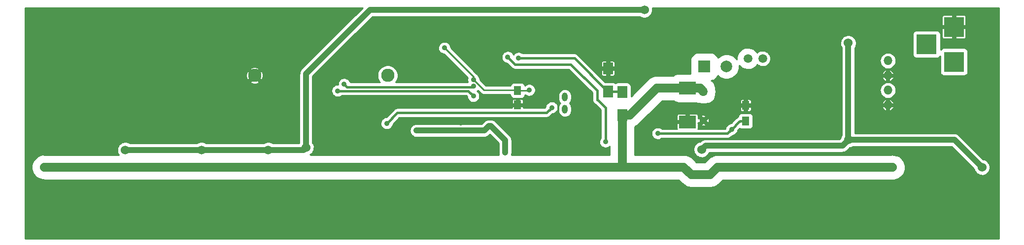
<source format=gbl>
G04 #@! TF.GenerationSoftware,KiCad,Pcbnew,no-vcs-found-7406~56~ubuntu16.10.1*
G04 #@! TF.CreationDate,2016-12-22T13:28:21+01:00*
G04 #@! TF.ProjectId,nixie-clock,6E697869652D636C6F636B2E6B696361,rev?*
G04 #@! TF.FileFunction,Copper,L2,Bot,Signal*
G04 #@! TF.FilePolarity,Positive*
%FSLAX46Y46*%
G04 Gerber Fmt 4.6, Leading zero omitted, Abs format (unit mm)*
G04 Created by KiCad (PCBNEW no-vcs-found-7406~56~ubuntu16.10.1) date Thu Dec 22 13:28:21 2016*
%MOMM*%
%LPD*%
G01*
G04 APERTURE LIST*
%ADD10C,0.100000*%
%ADD11C,2.286000*%
%ADD12R,1.250000X1.500000*%
%ADD13R,3.500120X3.500120*%
%ADD14R,1.300000X1.500000*%
%ADD15R,1.700000X2.000000*%
%ADD16O,1.000760X1.501140*%
%ADD17O,1.524000X1.524000*%
%ADD18R,1.300000X1.300000*%
%ADD19C,1.300000*%
%ADD20C,1.998980*%
%ADD21R,1.998980X1.998980*%
%ADD22C,1.501140*%
%ADD23R,3.000000X2.200000*%
%ADD24C,0.889000*%
%ADD25C,1.524000*%
%ADD26C,0.304800*%
%ADD27C,0.508000*%
%ADD28C,1.016000*%
%ADD29C,0.381000*%
%ADD30C,0.254000*%
%ADD31C,1.524000*%
G04 APERTURE END LIST*
D10*
D11*
X99720400Y-124510800D03*
X122580400Y-124510800D03*
D12*
X144907000Y-127096200D03*
X144907000Y-129596200D03*
D13*
X219887800Y-122151140D03*
X219887800Y-116151660D03*
X215188800Y-119151400D03*
D14*
X184086500Y-132350500D03*
X184086500Y-129650500D03*
D15*
X162915600Y-131336800D03*
X162915600Y-127336800D03*
X160451800Y-127298200D03*
X160451800Y-123298200D03*
D16*
X153035000Y-130309620D03*
X153035000Y-128211580D03*
D17*
X208534000Y-129590800D03*
X208534000Y-127050800D03*
X208534000Y-124510800D03*
X208534000Y-121970800D03*
D18*
X176834800Y-127254000D03*
D19*
X176834800Y-132254000D03*
D20*
X180822600Y-122986800D03*
D21*
X177012600Y-122986800D03*
D22*
X184467500Y-121602500D03*
X187007500Y-121602500D03*
D23*
X174091600Y-126690800D03*
X174091600Y-132490800D03*
D24*
X127825500Y-136207500D03*
X146177000Y-134442200D03*
X170040300Y-132181600D03*
X195275200Y-118059200D03*
X206451200Y-124510800D03*
X208534000Y-132588000D03*
X217195400Y-143357600D03*
X171450000Y-143535400D03*
X118110000Y-143459200D03*
X72415400Y-143357600D03*
X71780400Y-132943600D03*
X158851600Y-120116600D03*
X135178800Y-132562600D03*
X150698200Y-127711200D03*
X142265400Y-124688600D03*
X201599800Y-143078200D03*
X150774400Y-130022600D03*
X122428000Y-132740400D03*
X132334000Y-119761000D03*
X146913600Y-127025400D03*
X137337800Y-125247400D03*
D25*
X176530000Y-137261600D03*
X224688400Y-140309600D03*
X201739500Y-135572500D03*
X90601800Y-137312400D03*
X166700200Y-113233200D03*
X108559600Y-136931400D03*
X77495400Y-137312400D03*
X201726800Y-118922800D03*
X102082600Y-137312400D03*
D24*
X137312400Y-126339600D03*
X115112800Y-125984000D03*
X113969800Y-127152400D03*
X137312400Y-128066800D03*
X127508000Y-133985000D03*
X139954000Y-133223000D03*
X142773400Y-137769598D03*
D25*
X209346800Y-140309600D03*
X63576200Y-140309600D03*
X109423200Y-140309600D03*
X162890200Y-140309600D03*
D24*
X160020000Y-135890000D03*
X168973500Y-134493000D03*
X143230600Y-121361200D03*
X181673500Y-133794500D03*
X145084800Y-121513600D03*
D26*
X126492000Y-136207500D02*
X127825500Y-136207500D01*
D27*
X208534000Y-124510800D02*
X206451200Y-124510800D01*
X217195400Y-143357600D02*
X217170000Y-143357600D01*
D28*
X135153400Y-132588000D02*
X135153400Y-132613400D01*
X135178800Y-132562600D02*
X135153400Y-132588000D01*
D27*
X201574400Y-143103600D02*
X201574400Y-143230600D01*
X201599800Y-143078200D02*
X201574400Y-143103600D01*
D29*
X131216400Y-130911600D02*
X124256800Y-130911600D01*
X149885400Y-130911600D02*
X150774400Y-130022600D01*
X131216400Y-130911600D02*
X149885400Y-130911600D01*
X124256800Y-130911600D02*
X122428000Y-132740400D01*
D26*
X137337800Y-125247400D02*
X137337800Y-124764800D01*
X137337800Y-124764800D02*
X132334000Y-119761000D01*
D30*
X144907000Y-127096200D02*
X146842800Y-127096200D01*
X144836200Y-127025400D02*
X139115800Y-127025400D01*
X137337800Y-125247400D02*
X139115800Y-127025400D01*
X144836200Y-127025400D02*
X144907000Y-127096200D01*
D28*
X176530000Y-137261600D02*
X177203100Y-136588500D01*
X201739500Y-135572500D02*
X200914000Y-136398000D01*
X200723500Y-136588500D02*
X200914000Y-136398000D01*
X177203100Y-136588500D02*
X200723500Y-136588500D01*
X201739500Y-135572500D02*
X219951300Y-135572500D01*
X219951300Y-135572500D02*
X224688400Y-140309600D01*
X201726800Y-118922800D02*
X201726800Y-135559800D01*
X201726800Y-135559800D02*
X201739500Y-135572500D01*
X119532400Y-113233200D02*
X108559600Y-124206000D01*
X119532400Y-113233200D02*
X166700200Y-113233200D01*
X108559600Y-124206000D02*
X108559600Y-136931400D01*
X102082600Y-137312400D02*
X108178600Y-137312400D01*
X108178600Y-137312400D02*
X108559600Y-136931400D01*
X102082600Y-137312400D02*
X90601800Y-137312400D01*
X90601800Y-137312400D02*
X77495400Y-137312400D01*
X201726800Y-118922800D02*
X201701400Y-118948200D01*
D29*
X137160000Y-126492000D02*
X137312400Y-126339600D01*
X115620800Y-126492000D02*
X137160000Y-126492000D01*
X115112800Y-125984000D02*
X115620800Y-126492000D01*
X113969800Y-127152400D02*
X136398000Y-127152400D01*
X136398000Y-127152400D02*
X137312400Y-128066800D01*
D28*
X128079500Y-133985000D02*
X127508000Y-133985000D01*
X139192000Y-133985000D02*
X128079500Y-133985000D01*
X139954000Y-133223000D02*
X139192000Y-133985000D01*
X141859000Y-134747000D02*
X140335000Y-133223000D01*
X140335000Y-133223000D02*
X139954000Y-133223000D01*
X142773400Y-135661400D02*
X141859000Y-134747000D01*
X142773400Y-137769598D02*
X142773400Y-135661400D01*
D31*
X162890200Y-140309600D02*
X173456600Y-140309600D01*
X179285900Y-140309600D02*
X209346800Y-140309600D01*
X177990500Y-141605000D02*
X179285900Y-140309600D01*
X174752000Y-141605000D02*
X177990500Y-141605000D01*
X173456600Y-140309600D02*
X174752000Y-141605000D01*
X168279400Y-127275000D02*
X168863600Y-126690800D01*
X164217600Y-131336800D02*
X168279400Y-127275000D01*
X162915600Y-131336800D02*
X164217600Y-131336800D01*
X168863600Y-126690800D02*
X174091600Y-126690800D01*
X174091600Y-126690800D02*
X176271600Y-126690800D01*
X176271600Y-126690800D02*
X176834800Y-127254000D01*
X109423200Y-140309600D02*
X63576200Y-140309600D01*
X162890200Y-140309600D02*
X109423200Y-140309600D01*
X162890200Y-132080000D02*
X162890200Y-140309600D01*
D29*
X160020000Y-130048000D02*
X160020000Y-135890000D01*
X158559500Y-128587500D02*
X160020000Y-130048000D01*
X180975000Y-134493000D02*
X181673500Y-133794500D01*
X168973500Y-134493000D02*
X180975000Y-134493000D01*
X158559500Y-127127000D02*
X158559500Y-128587500D01*
X143230600Y-121361200D02*
X144487900Y-122618500D01*
X154051000Y-122618500D02*
X158559500Y-127127000D01*
X144487900Y-122618500D02*
X154051000Y-122618500D01*
X158559500Y-128587500D02*
X158559500Y-128714500D01*
X183007000Y-132461000D02*
X183117500Y-132350500D01*
X183117500Y-132350500D02*
X184086500Y-132350500D01*
X183070500Y-132397500D02*
X183007000Y-132461000D01*
X183007000Y-132461000D02*
X181673500Y-133794500D01*
X160451800Y-127298200D02*
X162877000Y-127298200D01*
X162877000Y-127298200D02*
X162915600Y-127336800D01*
X154667200Y-121513600D02*
X160490400Y-127336800D01*
X145084800Y-121513600D02*
X154667200Y-121513600D01*
D30*
G36*
X107751377Y-123397777D02*
X107684336Y-123479393D01*
X107616495Y-123560243D01*
X107613601Y-123565507D01*
X107609784Y-123570154D01*
X107559889Y-123663209D01*
X107509028Y-123755724D01*
X107507210Y-123761455D01*
X107504371Y-123766750D01*
X107473514Y-123867679D01*
X107441577Y-123968357D01*
X107440907Y-123974332D01*
X107439150Y-123980078D01*
X107428484Y-124085079D01*
X107416711Y-124190041D01*
X107416629Y-124201792D01*
X107416607Y-124202011D01*
X107416626Y-124202215D01*
X107416600Y-124206000D01*
X107416600Y-136127893D01*
X107388180Y-136169400D01*
X102886383Y-136169400D01*
X102750262Y-136077585D01*
X102497703Y-135971419D01*
X102229333Y-135916331D01*
X101955374Y-135914418D01*
X101686261Y-135965754D01*
X101432244Y-136068384D01*
X101277875Y-136169400D01*
X91405583Y-136169400D01*
X91269462Y-136077585D01*
X91016903Y-135971419D01*
X90748533Y-135916331D01*
X90474574Y-135914418D01*
X90205461Y-135965754D01*
X89951444Y-136068384D01*
X89797075Y-136169400D01*
X78299183Y-136169400D01*
X78163062Y-136077585D01*
X77910503Y-135971419D01*
X77642133Y-135916331D01*
X77368174Y-135914418D01*
X77099061Y-135965754D01*
X76845044Y-136068384D01*
X76615799Y-136218397D01*
X76420058Y-136410081D01*
X76265277Y-136636134D01*
X76157350Y-136887946D01*
X76100389Y-137155924D01*
X76096564Y-137429864D01*
X76146020Y-137699328D01*
X76246874Y-137954055D01*
X76373538Y-138150600D01*
X63596933Y-138150600D01*
X63379578Y-138149083D01*
X62963675Y-138228420D01*
X62571104Y-138387029D01*
X62216817Y-138618868D01*
X61914308Y-138915107D01*
X61675100Y-139264461D01*
X61508304Y-139653625D01*
X61420274Y-140067774D01*
X61414363Y-140491135D01*
X61490795Y-140907580D01*
X61646659Y-141301249D01*
X61876019Y-141657147D01*
X62170139Y-141961716D01*
X62517815Y-142203357D01*
X62905804Y-142372866D01*
X63319329Y-142463785D01*
X63742638Y-142472652D01*
X63765618Y-142468600D01*
X109396196Y-142468600D01*
X109589638Y-142472652D01*
X109612618Y-142468600D01*
X162863196Y-142468600D01*
X163056638Y-142472652D01*
X163079618Y-142468600D01*
X172562312Y-142468600D01*
X173225356Y-143131643D01*
X173379429Y-143258200D01*
X173532236Y-143386420D01*
X173542188Y-143391891D01*
X173550958Y-143399095D01*
X173726702Y-143493328D01*
X173901479Y-143589413D01*
X173912299Y-143592845D01*
X173922306Y-143598211D01*
X174113019Y-143656517D01*
X174303119Y-143716821D01*
X174314403Y-143718087D01*
X174325257Y-143721405D01*
X174523580Y-143741550D01*
X174721856Y-143763790D01*
X174744056Y-143763945D01*
X174744463Y-143763986D01*
X174744842Y-143763950D01*
X174752000Y-143764000D01*
X177990500Y-143764000D01*
X178188927Y-143744544D01*
X178387651Y-143727158D01*
X178398557Y-143723989D01*
X178409852Y-143722882D01*
X178600742Y-143665249D01*
X178792283Y-143609601D01*
X178802362Y-143604377D01*
X178813231Y-143601095D01*
X178989301Y-143507477D01*
X179166376Y-143415690D01*
X179175251Y-143408605D01*
X179185272Y-143403277D01*
X179339774Y-143277268D01*
X179495680Y-143152810D01*
X179511488Y-143137222D01*
X179511805Y-143136963D01*
X179512048Y-143136669D01*
X179517144Y-143131644D01*
X180180187Y-142468600D01*
X209319796Y-142468600D01*
X209513238Y-142472652D01*
X209930207Y-142399129D01*
X210324954Y-142246017D01*
X210682444Y-142019147D01*
X210989060Y-141727161D01*
X211233122Y-141381180D01*
X211405335Y-140994384D01*
X211499139Y-140581504D01*
X211502262Y-140357827D01*
X211505747Y-140324673D01*
X211503127Y-140295887D01*
X211505892Y-140097899D01*
X211423653Y-139682561D01*
X211262307Y-139291107D01*
X211028000Y-138938447D01*
X210729657Y-138638013D01*
X210378641Y-138401250D01*
X209988323Y-138237175D01*
X209573569Y-138152038D01*
X209150178Y-138149083D01*
X209142226Y-138150600D01*
X179285900Y-138150600D01*
X179087424Y-138170061D01*
X178888749Y-138187443D01*
X178877848Y-138190610D01*
X178866548Y-138191718D01*
X178675617Y-138249363D01*
X178484117Y-138304999D01*
X178474038Y-138310223D01*
X178463169Y-138313505D01*
X178287099Y-138407123D01*
X178110024Y-138498910D01*
X178101149Y-138505995D01*
X178091128Y-138511323D01*
X177936626Y-138637332D01*
X177780720Y-138761790D01*
X177764917Y-138777375D01*
X177764595Y-138777637D01*
X177764349Y-138777935D01*
X177759256Y-138782957D01*
X177096212Y-139446000D01*
X175646287Y-139446000D01*
X174983244Y-138782956D01*
X174829141Y-138656375D01*
X174676364Y-138528180D01*
X174666412Y-138522709D01*
X174657642Y-138515505D01*
X174481898Y-138421272D01*
X174307121Y-138325187D01*
X174296301Y-138321755D01*
X174286294Y-138316389D01*
X174095594Y-138258087D01*
X173905481Y-138197779D01*
X173894195Y-138196513D01*
X173883342Y-138193195D01*
X173684985Y-138173046D01*
X173486744Y-138150810D01*
X173464553Y-138150655D01*
X173464136Y-138150613D01*
X173463747Y-138150650D01*
X173456600Y-138150600D01*
X165049200Y-138150600D01*
X165049200Y-137379064D01*
X175131164Y-137379064D01*
X175180620Y-137648528D01*
X175281474Y-137903255D01*
X175429883Y-138133542D01*
X175620196Y-138330616D01*
X175845163Y-138486972D01*
X176096215Y-138596654D01*
X176363789Y-138655484D01*
X176637695Y-138661222D01*
X176907499Y-138613648D01*
X177162923Y-138514575D01*
X177394240Y-138367777D01*
X177592639Y-138178845D01*
X177750561Y-137954975D01*
X177850059Y-137731500D01*
X200723500Y-137731500D01*
X200828606Y-137721194D01*
X200933757Y-137711995D01*
X200939527Y-137710319D01*
X200945510Y-137709732D01*
X201046559Y-137679223D01*
X201147973Y-137649760D01*
X201153313Y-137646992D01*
X201159063Y-137645256D01*
X201252232Y-137595718D01*
X201346023Y-137547101D01*
X201350722Y-137543349D01*
X201356027Y-137540529D01*
X201437811Y-137473828D01*
X201520360Y-137407929D01*
X201528727Y-137399678D01*
X201528897Y-137399539D01*
X201529027Y-137399381D01*
X201531723Y-137396723D01*
X201979686Y-136948760D01*
X202116999Y-136924548D01*
X202372423Y-136825475D01*
X202545716Y-136715500D01*
X219477854Y-136715500D01*
X223312076Y-140549722D01*
X223339020Y-140696528D01*
X223439874Y-140951255D01*
X223588283Y-141181542D01*
X223778596Y-141378616D01*
X224003563Y-141534972D01*
X224254615Y-141644654D01*
X224522189Y-141703484D01*
X224796095Y-141709222D01*
X225065899Y-141661648D01*
X225321323Y-141562575D01*
X225552640Y-141415777D01*
X225751039Y-141226845D01*
X225908961Y-141002975D01*
X226020393Y-140752695D01*
X226081090Y-140485538D01*
X226085459Y-140172617D01*
X226032246Y-139903869D01*
X225927846Y-139650575D01*
X225776235Y-139422383D01*
X225583190Y-139227985D01*
X225356062Y-139074785D01*
X225103503Y-138968619D01*
X224927798Y-138932552D01*
X220759523Y-134764277D01*
X220677907Y-134697236D01*
X220597057Y-134629395D01*
X220591793Y-134626501D01*
X220587146Y-134622684D01*
X220494091Y-134572789D01*
X220401576Y-134521928D01*
X220395845Y-134520110D01*
X220390550Y-134517271D01*
X220289621Y-134486414D01*
X220188943Y-134454477D01*
X220182968Y-134453807D01*
X220177222Y-134452050D01*
X220072221Y-134441384D01*
X219967259Y-134429611D01*
X219955508Y-134429529D01*
X219955289Y-134429507D01*
X219955085Y-134429526D01*
X219951300Y-134429500D01*
X202869800Y-134429500D01*
X202869800Y-129977803D01*
X207516073Y-129977803D01*
X207611133Y-130168955D01*
X207741658Y-130337888D01*
X207902632Y-130478111D01*
X208087869Y-130584235D01*
X208146998Y-130608715D01*
X208311000Y-130573054D01*
X208311000Y-129813800D01*
X208757000Y-129813800D01*
X208757000Y-130573054D01*
X208921002Y-130608715D01*
X208980131Y-130584235D01*
X209165368Y-130478111D01*
X209326342Y-130337888D01*
X209456867Y-130168955D01*
X209551927Y-129977803D01*
X209518185Y-129813800D01*
X208757000Y-129813800D01*
X208311000Y-129813800D01*
X207549815Y-129813800D01*
X207516073Y-129977803D01*
X202869800Y-129977803D01*
X202869800Y-129203797D01*
X207516073Y-129203797D01*
X207549815Y-129367800D01*
X208311000Y-129367800D01*
X208311000Y-128608546D01*
X208757000Y-128608546D01*
X208757000Y-129367800D01*
X209518185Y-129367800D01*
X209551927Y-129203797D01*
X209456867Y-129012645D01*
X209326342Y-128843712D01*
X209165368Y-128703489D01*
X208980131Y-128597365D01*
X208921002Y-128572885D01*
X208757000Y-128608546D01*
X208311000Y-128608546D01*
X208146998Y-128572885D01*
X208087869Y-128597365D01*
X207902632Y-128703489D01*
X207741658Y-128843712D01*
X207611133Y-129012645D01*
X207516073Y-129203797D01*
X202869800Y-129203797D01*
X202869800Y-127044041D01*
X207137000Y-127044041D01*
X207137000Y-127057559D01*
X207163606Y-127328904D01*
X207242409Y-127589914D01*
X207370409Y-127830647D01*
X207542730Y-128041933D01*
X207752808Y-128215724D01*
X207992641Y-128345402D01*
X208253094Y-128426026D01*
X208524247Y-128454525D01*
X208795772Y-128429814D01*
X209057325Y-128352835D01*
X209298946Y-128226519D01*
X209511430Y-128055677D01*
X209686684Y-127846818D01*
X209818032Y-127607896D01*
X209900472Y-127348012D01*
X209930864Y-127077064D01*
X209931000Y-127057559D01*
X209931000Y-127044041D01*
X209904394Y-126772696D01*
X209825591Y-126511686D01*
X209697591Y-126270953D01*
X209525270Y-126059667D01*
X209315192Y-125885876D01*
X209075359Y-125756198D01*
X208814906Y-125675574D01*
X208543753Y-125647075D01*
X208272228Y-125671786D01*
X208010675Y-125748765D01*
X207769054Y-125875081D01*
X207556570Y-126045923D01*
X207381316Y-126254782D01*
X207249968Y-126493704D01*
X207167528Y-126753588D01*
X207137136Y-127024536D01*
X207137000Y-127044041D01*
X202869800Y-127044041D01*
X202869800Y-124897803D01*
X207516073Y-124897803D01*
X207611133Y-125088955D01*
X207741658Y-125257888D01*
X207902632Y-125398111D01*
X208087869Y-125504235D01*
X208146998Y-125528715D01*
X208311000Y-125493054D01*
X208311000Y-124733800D01*
X208757000Y-124733800D01*
X208757000Y-125493054D01*
X208921002Y-125528715D01*
X208980131Y-125504235D01*
X209165368Y-125398111D01*
X209326342Y-125257888D01*
X209456867Y-125088955D01*
X209551927Y-124897803D01*
X209518185Y-124733800D01*
X208757000Y-124733800D01*
X208311000Y-124733800D01*
X207549815Y-124733800D01*
X207516073Y-124897803D01*
X202869800Y-124897803D01*
X202869800Y-124123797D01*
X207516073Y-124123797D01*
X207549815Y-124287800D01*
X208311000Y-124287800D01*
X208311000Y-123528546D01*
X208757000Y-123528546D01*
X208757000Y-124287800D01*
X209518185Y-124287800D01*
X209551927Y-124123797D01*
X209456867Y-123932645D01*
X209326342Y-123763712D01*
X209165368Y-123623489D01*
X208980131Y-123517365D01*
X208921002Y-123492885D01*
X208757000Y-123528546D01*
X208311000Y-123528546D01*
X208146998Y-123492885D01*
X208087869Y-123517365D01*
X207902632Y-123623489D01*
X207741658Y-123763712D01*
X207611133Y-123932645D01*
X207516073Y-124123797D01*
X202869800Y-124123797D01*
X202869800Y-121964041D01*
X207137000Y-121964041D01*
X207137000Y-121977559D01*
X207163606Y-122248904D01*
X207242409Y-122509914D01*
X207370409Y-122750647D01*
X207542730Y-122961933D01*
X207752808Y-123135724D01*
X207992641Y-123265402D01*
X208253094Y-123346026D01*
X208524247Y-123374525D01*
X208795772Y-123349814D01*
X209057325Y-123272835D01*
X209298946Y-123146519D01*
X209511430Y-122975677D01*
X209686684Y-122766818D01*
X209818032Y-122527896D01*
X209900472Y-122268012D01*
X209930864Y-121997064D01*
X209931000Y-121977559D01*
X209931000Y-121964041D01*
X209904394Y-121692696D01*
X209825591Y-121431686D01*
X209697591Y-121190953D01*
X209525270Y-120979667D01*
X209315192Y-120805876D01*
X209075359Y-120676198D01*
X208814906Y-120595574D01*
X208543753Y-120567075D01*
X208272228Y-120591786D01*
X208010675Y-120668765D01*
X207769054Y-120795081D01*
X207556570Y-120965923D01*
X207381316Y-121174782D01*
X207249968Y-121413704D01*
X207167528Y-121673588D01*
X207137136Y-121944536D01*
X207137000Y-121964041D01*
X202869800Y-121964041D01*
X202869800Y-119726125D01*
X202947361Y-119616175D01*
X203058793Y-119365895D01*
X203119490Y-119098738D01*
X203123859Y-118785817D01*
X203070646Y-118517069D01*
X202966246Y-118263775D01*
X202814635Y-118035583D01*
X202621590Y-117841185D01*
X202394462Y-117687985D01*
X202141903Y-117581819D01*
X201873533Y-117526731D01*
X201599574Y-117524818D01*
X201330461Y-117576154D01*
X201076444Y-117678784D01*
X200847199Y-117828797D01*
X200651458Y-118020481D01*
X200496677Y-118246534D01*
X200388750Y-118498346D01*
X200331789Y-118766324D01*
X200327964Y-119040264D01*
X200377420Y-119309728D01*
X200478274Y-119564455D01*
X200583800Y-119728200D01*
X200583800Y-134787541D01*
X200509377Y-134896234D01*
X200401450Y-135148046D01*
X200362024Y-135333530D01*
X200250054Y-135445500D01*
X177203100Y-135445500D01*
X177097994Y-135455806D01*
X176992843Y-135465005D01*
X176987073Y-135466681D01*
X176981090Y-135467268D01*
X176880041Y-135497777D01*
X176778627Y-135527240D01*
X176773287Y-135530008D01*
X176767537Y-135531744D01*
X176674368Y-135581282D01*
X176580577Y-135629899D01*
X176575878Y-135633651D01*
X176570573Y-135636471D01*
X176488789Y-135703172D01*
X176406240Y-135769071D01*
X176397873Y-135777322D01*
X176397703Y-135777461D01*
X176397573Y-135777619D01*
X176394877Y-135780277D01*
X176290029Y-135885125D01*
X176133661Y-135914954D01*
X175879644Y-136017584D01*
X175650399Y-136167597D01*
X175454658Y-136359281D01*
X175299877Y-136585334D01*
X175191950Y-136837146D01*
X175134989Y-137105124D01*
X175131164Y-137379064D01*
X165049200Y-137379064D01*
X165049200Y-134583767D01*
X167892581Y-134583767D01*
X167930797Y-134791990D01*
X168008730Y-134988825D01*
X168123410Y-135166773D01*
X168270469Y-135319058D01*
X168444307Y-135439879D01*
X168638302Y-135524633D01*
X168845064Y-135570093D01*
X169056719Y-135574526D01*
X169265204Y-135537765D01*
X169462577Y-135461208D01*
X169641322Y-135347773D01*
X169672062Y-135318500D01*
X180975000Y-135318500D01*
X181050858Y-135311062D01*
X181126852Y-135304413D01*
X181131023Y-135303201D01*
X181135340Y-135302778D01*
X181208334Y-135280740D01*
X181281564Y-135259465D01*
X181285416Y-135257468D01*
X181289574Y-135256213D01*
X181356884Y-135220423D01*
X181424600Y-135185323D01*
X181427996Y-135182612D01*
X181431825Y-135180576D01*
X181490892Y-135132403D01*
X181550510Y-135084810D01*
X181556551Y-135078853D01*
X181556676Y-135078751D01*
X181556772Y-135078635D01*
X181558717Y-135076717D01*
X181759984Y-134875450D01*
X181965204Y-134839265D01*
X182162577Y-134762708D01*
X182341322Y-134649273D01*
X182494630Y-134503280D01*
X182616661Y-134330290D01*
X182702768Y-134136892D01*
X182749670Y-133930452D01*
X182750303Y-133885131D01*
X183039379Y-133596054D01*
X183082006Y-133631037D01*
X183192320Y-133690002D01*
X183312018Y-133726312D01*
X183436500Y-133738572D01*
X184736500Y-133738572D01*
X184860982Y-133726312D01*
X184980680Y-133690002D01*
X185090994Y-133631037D01*
X185187685Y-133551685D01*
X185267037Y-133454994D01*
X185326002Y-133344680D01*
X185362312Y-133224982D01*
X185374572Y-133100500D01*
X185374572Y-131600500D01*
X185362312Y-131476018D01*
X185326002Y-131356320D01*
X185267037Y-131246006D01*
X185187685Y-131149315D01*
X185090994Y-131069963D01*
X184980680Y-131010998D01*
X184860982Y-130974688D01*
X184736500Y-130962428D01*
X183436500Y-130962428D01*
X183312018Y-130974688D01*
X183192320Y-131010998D01*
X183082006Y-131069963D01*
X182985315Y-131149315D01*
X182905963Y-131246006D01*
X182846998Y-131356320D01*
X182810688Y-131476018D01*
X182799553Y-131589081D01*
X182735595Y-131623088D01*
X182667901Y-131658177D01*
X182664507Y-131660887D01*
X182660675Y-131662924D01*
X182601586Y-131711115D01*
X182541990Y-131758690D01*
X182535953Y-131764643D01*
X182535824Y-131764749D01*
X182535725Y-131764869D01*
X182533784Y-131766783D01*
X182486784Y-131813783D01*
X182423283Y-131877283D01*
X182423278Y-131877289D01*
X181586248Y-132714318D01*
X181575189Y-132714241D01*
X181367238Y-132753910D01*
X181170952Y-132833215D01*
X180993808Y-132949134D01*
X180842554Y-133097253D01*
X180722950Y-133271931D01*
X180639552Y-133466512D01*
X180596831Y-133667500D01*
X175909750Y-133667500D01*
X175918600Y-133623007D01*
X175918600Y-133028219D01*
X176375951Y-133028219D01*
X176453251Y-133158548D01*
X176637051Y-133215604D01*
X176828451Y-133235705D01*
X177020095Y-133218081D01*
X177204617Y-133163407D01*
X177216349Y-133158548D01*
X177293649Y-133028219D01*
X176834800Y-132569370D01*
X176375951Y-133028219D01*
X175918600Y-133028219D01*
X175918600Y-132795550D01*
X175836852Y-132713802D01*
X175918600Y-132713802D01*
X175918600Y-132600891D01*
X175925393Y-132623817D01*
X175930252Y-132635549D01*
X176060581Y-132712849D01*
X176519430Y-132254000D01*
X177150170Y-132254000D01*
X177609019Y-132712849D01*
X177739348Y-132635549D01*
X177796404Y-132451749D01*
X177816505Y-132260349D01*
X177798881Y-132068705D01*
X177744207Y-131884183D01*
X177739348Y-131872451D01*
X177609019Y-131795151D01*
X177150170Y-132254000D01*
X176519430Y-132254000D01*
X176060581Y-131795151D01*
X175930252Y-131872451D01*
X175918600Y-131909987D01*
X175918600Y-131479781D01*
X176375951Y-131479781D01*
X176834800Y-131938630D01*
X177293649Y-131479781D01*
X177216349Y-131349452D01*
X177032549Y-131292396D01*
X176841149Y-131272295D01*
X176649505Y-131289919D01*
X176464983Y-131344593D01*
X176453251Y-131349452D01*
X176375951Y-131479781D01*
X175918600Y-131479781D01*
X175918600Y-131358593D01*
X175906034Y-131295417D01*
X175881384Y-131235907D01*
X175845597Y-131182349D01*
X175800050Y-131136802D01*
X175746492Y-131101016D01*
X175686982Y-131076366D01*
X175623806Y-131063800D01*
X174396350Y-131063800D01*
X174314600Y-131145550D01*
X174314600Y-132267800D01*
X174334600Y-132267800D01*
X174334600Y-132713800D01*
X174314600Y-132713800D01*
X174314600Y-132733800D01*
X173868600Y-132733800D01*
X173868600Y-132713800D01*
X172346350Y-132713800D01*
X172264600Y-132795550D01*
X172264600Y-133623007D01*
X172273450Y-133667500D01*
X169675149Y-133667500D01*
X169664928Y-133657207D01*
X169489421Y-133538825D01*
X169294261Y-133456788D01*
X169086884Y-133414219D01*
X168875189Y-133412741D01*
X168667238Y-133452410D01*
X168470952Y-133531715D01*
X168293808Y-133647634D01*
X168142554Y-133795753D01*
X168022950Y-133970431D01*
X167939552Y-134165012D01*
X167895537Y-134372087D01*
X167892581Y-134583767D01*
X165049200Y-134583767D01*
X165049200Y-133328179D01*
X165216401Y-133239277D01*
X165393476Y-133147490D01*
X165402351Y-133140405D01*
X165412372Y-133135077D01*
X165566874Y-133009068D01*
X165722780Y-132884610D01*
X165738588Y-132869022D01*
X165738905Y-132868763D01*
X165739148Y-132868469D01*
X165744244Y-132863444D01*
X167249094Y-131358593D01*
X172264600Y-131358593D01*
X172264600Y-132186050D01*
X172346350Y-132267800D01*
X173868600Y-132267800D01*
X173868600Y-131145550D01*
X173786850Y-131063800D01*
X172559394Y-131063800D01*
X172496218Y-131076366D01*
X172436708Y-131101016D01*
X172383150Y-131136802D01*
X172337603Y-131182349D01*
X172301816Y-131235907D01*
X172277166Y-131295417D01*
X172264600Y-131358593D01*
X167249094Y-131358593D01*
X168652437Y-129955250D01*
X183109500Y-129955250D01*
X183109500Y-130432707D01*
X183122066Y-130495883D01*
X183146716Y-130555393D01*
X183182503Y-130608951D01*
X183228050Y-130654498D01*
X183281608Y-130690284D01*
X183341118Y-130714934D01*
X183404294Y-130727500D01*
X183781750Y-130727500D01*
X183863500Y-130645750D01*
X183863500Y-129873500D01*
X184309500Y-129873500D01*
X184309500Y-130645750D01*
X184391250Y-130727500D01*
X184768706Y-130727500D01*
X184831882Y-130714934D01*
X184891392Y-130690284D01*
X184944950Y-130654498D01*
X184990497Y-130608951D01*
X185026284Y-130555393D01*
X185050934Y-130495883D01*
X185063500Y-130432707D01*
X185063500Y-129955250D01*
X184981750Y-129873500D01*
X184309500Y-129873500D01*
X183863500Y-129873500D01*
X183191250Y-129873500D01*
X183109500Y-129955250D01*
X168652437Y-129955250D01*
X169757887Y-128849800D01*
X171679891Y-128849800D01*
X171811713Y-128957983D01*
X172054405Y-129087704D01*
X172317740Y-129167586D01*
X172591600Y-129194559D01*
X175591600Y-129194559D01*
X175628867Y-129190888D01*
X175647605Y-129200904D01*
X175910940Y-129280786D01*
X176184800Y-129307759D01*
X176203150Y-129307759D01*
X176408057Y-129370405D01*
X176827264Y-129412986D01*
X177246757Y-129373333D01*
X177466722Y-129307759D01*
X177484800Y-129307759D01*
X177758660Y-129280786D01*
X178021995Y-129200904D01*
X178264687Y-129071183D01*
X178477408Y-128896608D01*
X178500645Y-128868293D01*
X183109500Y-128868293D01*
X183109500Y-129345750D01*
X183191250Y-129427500D01*
X183863500Y-129427500D01*
X183863500Y-128655250D01*
X184309500Y-128655250D01*
X184309500Y-129427500D01*
X184981750Y-129427500D01*
X185063500Y-129345750D01*
X185063500Y-128868293D01*
X185050934Y-128805117D01*
X185026284Y-128745607D01*
X184990497Y-128692049D01*
X184944950Y-128646502D01*
X184891392Y-128610716D01*
X184831882Y-128586066D01*
X184768706Y-128573500D01*
X184391250Y-128573500D01*
X184309500Y-128655250D01*
X183863500Y-128655250D01*
X183781750Y-128573500D01*
X183404294Y-128573500D01*
X183341118Y-128586066D01*
X183281608Y-128610716D01*
X183228050Y-128646502D01*
X183182503Y-128692049D01*
X183146716Y-128745607D01*
X183122066Y-128805117D01*
X183109500Y-128868293D01*
X178500645Y-128868293D01*
X178651983Y-128683887D01*
X178781704Y-128441195D01*
X178861586Y-128177860D01*
X178888559Y-127904000D01*
X178888559Y-127885741D01*
X178948175Y-127695507D01*
X178993682Y-127276609D01*
X178956958Y-126856849D01*
X178888559Y-126621419D01*
X178888559Y-126604000D01*
X178861586Y-126330140D01*
X178781704Y-126066805D01*
X178651983Y-125824113D01*
X178477408Y-125611392D01*
X178264687Y-125436817D01*
X178151501Y-125376318D01*
X178285950Y-125363076D01*
X178549285Y-125283194D01*
X178791977Y-125153473D01*
X179004698Y-124978898D01*
X179179273Y-124766177D01*
X179308994Y-124523485D01*
X179313542Y-124508493D01*
X179427291Y-124626283D01*
X179772308Y-124866076D01*
X180157331Y-125034289D01*
X180567693Y-125124513D01*
X180987765Y-125133312D01*
X181401546Y-125060351D01*
X181793275Y-124908410D01*
X182148031Y-124683274D01*
X182452302Y-124393521D01*
X182694498Y-124050186D01*
X182865394Y-123666347D01*
X182958481Y-123256625D01*
X182965182Y-122776718D01*
X182962422Y-122762780D01*
X182976341Y-122784378D01*
X183234302Y-123051503D01*
X183539234Y-123263437D01*
X183879523Y-123412106D01*
X184242209Y-123491847D01*
X184613476Y-123499624D01*
X184979182Y-123435140D01*
X185325399Y-123300852D01*
X185638939Y-123101873D01*
X185907859Y-122845784D01*
X186065741Y-122621972D01*
X186105140Y-122662770D01*
X186328266Y-122817847D01*
X186577264Y-122926631D01*
X186842649Y-122984980D01*
X187114314Y-122990671D01*
X187381910Y-122943486D01*
X187635245Y-122845224D01*
X187864669Y-122699627D01*
X188061445Y-122512241D01*
X188218075Y-122290202D01*
X188328595Y-122041970D01*
X188388796Y-121776998D01*
X188393129Y-121466638D01*
X188340351Y-121200089D01*
X188236805Y-120948867D01*
X188086435Y-120722542D01*
X187894969Y-120529734D01*
X187669699Y-120377788D01*
X187419207Y-120272491D01*
X187153032Y-120217853D01*
X186881315Y-120215956D01*
X186614403Y-120266872D01*
X186362465Y-120368662D01*
X186135096Y-120517448D01*
X186065427Y-120585673D01*
X185942012Y-120399918D01*
X185680347Y-120136420D01*
X185372485Y-119928765D01*
X185030153Y-119784861D01*
X184666390Y-119710191D01*
X184295050Y-119707599D01*
X183930280Y-119777183D01*
X183585972Y-119916292D01*
X183275241Y-120119629D01*
X183009923Y-120379447D01*
X182800123Y-120685852D01*
X182653834Y-121027171D01*
X182576626Y-121390404D01*
X182571638Y-121747585D01*
X182490945Y-121626131D01*
X182194883Y-121327995D01*
X181846551Y-121093042D01*
X181459217Y-120930222D01*
X181047635Y-120845737D01*
X180627481Y-120842803D01*
X180214759Y-120921534D01*
X179825190Y-121078930D01*
X179473612Y-121308997D01*
X179313692Y-121465602D01*
X179308994Y-121450115D01*
X179179273Y-121207423D01*
X179004698Y-120994702D01*
X178791977Y-120820127D01*
X178549285Y-120690406D01*
X178285950Y-120610524D01*
X178012090Y-120583551D01*
X176013110Y-120583551D01*
X175739250Y-120610524D01*
X175475915Y-120690406D01*
X175233223Y-120820127D01*
X175020502Y-120994702D01*
X174845927Y-121207423D01*
X174716206Y-121450115D01*
X174636324Y-121713450D01*
X174609351Y-121987310D01*
X174609351Y-123986290D01*
X174629123Y-124187041D01*
X172591600Y-124187041D01*
X172317740Y-124214014D01*
X172054405Y-124293896D01*
X171811713Y-124423617D01*
X171679891Y-124531800D01*
X168863600Y-124531800D01*
X168665169Y-124551256D01*
X168466450Y-124568642D01*
X168455544Y-124571810D01*
X168444248Y-124572918D01*
X168253333Y-124630559D01*
X168061818Y-124686199D01*
X168051740Y-124691423D01*
X168040869Y-124694705D01*
X167864780Y-124788333D01*
X167687724Y-124880110D01*
X167678849Y-124887195D01*
X167668828Y-124892523D01*
X167514326Y-125018532D01*
X167358420Y-125142990D01*
X167342617Y-125158575D01*
X167342295Y-125158837D01*
X167342049Y-125159135D01*
X167336957Y-125164156D01*
X166752756Y-125748356D01*
X166752751Y-125748362D01*
X164403672Y-128097440D01*
X164403672Y-126336800D01*
X164391412Y-126212318D01*
X164355102Y-126092620D01*
X164296137Y-125982306D01*
X164216785Y-125885615D01*
X164120094Y-125806263D01*
X164009780Y-125747298D01*
X163890082Y-125710988D01*
X163765600Y-125698728D01*
X162065600Y-125698728D01*
X161941118Y-125710988D01*
X161821420Y-125747298D01*
X161711106Y-125806263D01*
X161707217Y-125809454D01*
X161656294Y-125767663D01*
X161545980Y-125708698D01*
X161426282Y-125672388D01*
X161301800Y-125660128D01*
X159981161Y-125660128D01*
X157923984Y-123602950D01*
X159274800Y-123602950D01*
X159274800Y-124330407D01*
X159287366Y-124393583D01*
X159312016Y-124453093D01*
X159347803Y-124506651D01*
X159393350Y-124552198D01*
X159446908Y-124587984D01*
X159506418Y-124612634D01*
X159569594Y-124625200D01*
X160147050Y-124625200D01*
X160228800Y-124543450D01*
X160228800Y-123521200D01*
X160674800Y-123521200D01*
X160674800Y-124543450D01*
X160756550Y-124625200D01*
X161334006Y-124625200D01*
X161397182Y-124612634D01*
X161456692Y-124587984D01*
X161510250Y-124552198D01*
X161555797Y-124506651D01*
X161591584Y-124453093D01*
X161616234Y-124393583D01*
X161628800Y-124330407D01*
X161628800Y-123602950D01*
X161547050Y-123521200D01*
X160674800Y-123521200D01*
X160228800Y-123521200D01*
X159356550Y-123521200D01*
X159274800Y-123602950D01*
X157923984Y-123602950D01*
X156587027Y-122265993D01*
X159274800Y-122265993D01*
X159274800Y-122993450D01*
X159356550Y-123075200D01*
X160228800Y-123075200D01*
X160228800Y-122052950D01*
X160674800Y-122052950D01*
X160674800Y-123075200D01*
X161547050Y-123075200D01*
X161628800Y-122993450D01*
X161628800Y-122265993D01*
X161616234Y-122202817D01*
X161591584Y-122143307D01*
X161555797Y-122089749D01*
X161510250Y-122044202D01*
X161456692Y-122008416D01*
X161397182Y-121983766D01*
X161334006Y-121971200D01*
X160756550Y-121971200D01*
X160674800Y-122052950D01*
X160228800Y-122052950D01*
X160147050Y-121971200D01*
X159569594Y-121971200D01*
X159506418Y-121983766D01*
X159446908Y-122008416D01*
X159393350Y-122044202D01*
X159347803Y-122089749D01*
X159312016Y-122143307D01*
X159287366Y-122202817D01*
X159274800Y-122265993D01*
X156587027Y-122265993D01*
X155250917Y-120929883D01*
X155191974Y-120881467D01*
X155133580Y-120832469D01*
X155129775Y-120830377D01*
X155126422Y-120827623D01*
X155059223Y-120791591D01*
X154992399Y-120754854D01*
X154988263Y-120753542D01*
X154984436Y-120751490D01*
X154911505Y-120729193D01*
X154838831Y-120706139D01*
X154834517Y-120705655D01*
X154830366Y-120704386D01*
X154754484Y-120696678D01*
X154678726Y-120688180D01*
X154670250Y-120688121D01*
X154670081Y-120688104D01*
X154669923Y-120688119D01*
X154667200Y-120688100D01*
X145786449Y-120688100D01*
X145776228Y-120677807D01*
X145600721Y-120559425D01*
X145405561Y-120477388D01*
X145198184Y-120434819D01*
X144986489Y-120433341D01*
X144778538Y-120473010D01*
X144582252Y-120552315D01*
X144405108Y-120668234D01*
X144253854Y-120816353D01*
X144203807Y-120889445D01*
X144188354Y-120851953D01*
X144071200Y-120675623D01*
X143922028Y-120525407D01*
X143746521Y-120407025D01*
X143551361Y-120324988D01*
X143343984Y-120282419D01*
X143132289Y-120280941D01*
X142924338Y-120320610D01*
X142728052Y-120399915D01*
X142550908Y-120515834D01*
X142399654Y-120663953D01*
X142280050Y-120838631D01*
X142196652Y-121033212D01*
X142152637Y-121240287D01*
X142149681Y-121451967D01*
X142187897Y-121660190D01*
X142265830Y-121857025D01*
X142380510Y-122034973D01*
X142527569Y-122187258D01*
X142701407Y-122308079D01*
X142895402Y-122392833D01*
X143102164Y-122438293D01*
X143141074Y-122439108D01*
X143904184Y-123202217D01*
X143963101Y-123250612D01*
X144021520Y-123299631D01*
X144025325Y-123301723D01*
X144028678Y-123304477D01*
X144095893Y-123340518D01*
X144162701Y-123377246D01*
X144166835Y-123378557D01*
X144170665Y-123380611D01*
X144243614Y-123402913D01*
X144316269Y-123425961D01*
X144320584Y-123426445D01*
X144324735Y-123427714D01*
X144400611Y-123435422D01*
X144476374Y-123443920D01*
X144484850Y-123443979D01*
X144485019Y-123443996D01*
X144485177Y-123443981D01*
X144487900Y-123444000D01*
X153709066Y-123444000D01*
X157734000Y-127468934D01*
X157734000Y-128714500D01*
X157749722Y-128874840D01*
X157796287Y-129029074D01*
X157871924Y-129171325D01*
X157973749Y-129296176D01*
X158097886Y-129398871D01*
X158239606Y-129475498D01*
X158298203Y-129493637D01*
X159194500Y-130389934D01*
X159194500Y-135187420D01*
X159189054Y-135192753D01*
X159069450Y-135367431D01*
X158986052Y-135562012D01*
X158942037Y-135769087D01*
X158939081Y-135980767D01*
X158977297Y-136188990D01*
X159055230Y-136385825D01*
X159169910Y-136563773D01*
X159316969Y-136716058D01*
X159490807Y-136836879D01*
X159684802Y-136921633D01*
X159891564Y-136967093D01*
X160103219Y-136971526D01*
X160311704Y-136934765D01*
X160509077Y-136858208D01*
X160687822Y-136744773D01*
X160731200Y-136703465D01*
X160731200Y-138150600D01*
X143845947Y-138150600D01*
X143891423Y-138007241D01*
X143916289Y-137785557D01*
X143916400Y-137769598D01*
X143916400Y-135661400D01*
X143906094Y-135556294D01*
X143896895Y-135451143D01*
X143895219Y-135445373D01*
X143894632Y-135439390D01*
X143864123Y-135338341D01*
X143834660Y-135236927D01*
X143831892Y-135231587D01*
X143830156Y-135225837D01*
X143780618Y-135132668D01*
X143732001Y-135038877D01*
X143728249Y-135034178D01*
X143725429Y-135028873D01*
X143658728Y-134947089D01*
X143592829Y-134864540D01*
X143584578Y-134856173D01*
X143584439Y-134856003D01*
X143584281Y-134855873D01*
X143581623Y-134853177D01*
X141143223Y-132414777D01*
X141061607Y-132347736D01*
X140980757Y-132279895D01*
X140975493Y-132277001D01*
X140970846Y-132273184D01*
X140877791Y-132223289D01*
X140785276Y-132172428D01*
X140779545Y-132170610D01*
X140774250Y-132167771D01*
X140673321Y-132136914D01*
X140572643Y-132104977D01*
X140566668Y-132104307D01*
X140560922Y-132102550D01*
X140455921Y-132091884D01*
X140350959Y-132080111D01*
X140339208Y-132080029D01*
X140338989Y-132080007D01*
X140338785Y-132080026D01*
X140335000Y-132080000D01*
X139954000Y-132080000D01*
X139848894Y-132090306D01*
X139743743Y-132099505D01*
X139737973Y-132101181D01*
X139731990Y-132101768D01*
X139630941Y-132132277D01*
X139529527Y-132161740D01*
X139524187Y-132164508D01*
X139518437Y-132166244D01*
X139425248Y-132215793D01*
X139331478Y-132264399D01*
X139326780Y-132268149D01*
X139321473Y-132270971D01*
X139239667Y-132337690D01*
X139157140Y-132403571D01*
X139148773Y-132411822D01*
X139148603Y-132411961D01*
X139148473Y-132412119D01*
X139145777Y-132414777D01*
X138718554Y-132842000D01*
X127508000Y-132842000D01*
X127285990Y-132863768D01*
X127072437Y-132928244D01*
X126875473Y-133032971D01*
X126702603Y-133173961D01*
X126560410Y-133345843D01*
X126454310Y-133542070D01*
X126388345Y-133755168D01*
X126365028Y-133977020D01*
X126385246Y-134199177D01*
X126448229Y-134413175D01*
X126551578Y-134610865D01*
X126691358Y-134784715D01*
X126862243Y-134928105D01*
X127057724Y-135035572D01*
X127270357Y-135103023D01*
X127492041Y-135127889D01*
X127508000Y-135128000D01*
X139192000Y-135128000D01*
X139297106Y-135117694D01*
X139402257Y-135108495D01*
X139408027Y-135106819D01*
X139414010Y-135106232D01*
X139515059Y-135075723D01*
X139616473Y-135046260D01*
X139621813Y-135043492D01*
X139627563Y-135041756D01*
X139720732Y-134992218D01*
X139814523Y-134943601D01*
X139819222Y-134939849D01*
X139824527Y-134937029D01*
X139906311Y-134870328D01*
X139988860Y-134804429D01*
X139997227Y-134796178D01*
X139997397Y-134796039D01*
X139997527Y-134795881D01*
X140000223Y-134793223D01*
X140144500Y-134648946D01*
X141630400Y-136134846D01*
X141630400Y-137769598D01*
X141652168Y-137991608D01*
X141700171Y-138150600D01*
X109443933Y-138150600D01*
X109247900Y-138149232D01*
X109423840Y-138037577D01*
X109622239Y-137848645D01*
X109780161Y-137624775D01*
X109891593Y-137374495D01*
X109952290Y-137107338D01*
X109956659Y-136794417D01*
X109903446Y-136525669D01*
X109799046Y-136272375D01*
X109702600Y-136127213D01*
X109702600Y-132831167D01*
X121347081Y-132831167D01*
X121385297Y-133039390D01*
X121463230Y-133236225D01*
X121577910Y-133414173D01*
X121724969Y-133566458D01*
X121898807Y-133687279D01*
X122092802Y-133772033D01*
X122299564Y-133817493D01*
X122511219Y-133821926D01*
X122719704Y-133785165D01*
X122917077Y-133708608D01*
X123095822Y-133595173D01*
X123249130Y-133449180D01*
X123371161Y-133276190D01*
X123457268Y-133082792D01*
X123504170Y-132876352D01*
X123504803Y-132831031D01*
X124598733Y-131737100D01*
X149885400Y-131737100D01*
X149961258Y-131729662D01*
X150037252Y-131723013D01*
X150041423Y-131721801D01*
X150045740Y-131721378D01*
X150118734Y-131699340D01*
X150191964Y-131678065D01*
X150195816Y-131676068D01*
X150199974Y-131674813D01*
X150267284Y-131639023D01*
X150335000Y-131603923D01*
X150338396Y-131601212D01*
X150342225Y-131599176D01*
X150401292Y-131551003D01*
X150460910Y-131503410D01*
X150466951Y-131497453D01*
X150467076Y-131497351D01*
X150467172Y-131497235D01*
X150469117Y-131495317D01*
X150860884Y-131103550D01*
X151066104Y-131067365D01*
X151263477Y-130990808D01*
X151442222Y-130877373D01*
X151595530Y-130731380D01*
X151717561Y-130558390D01*
X151803668Y-130364992D01*
X151850570Y-130158552D01*
X151853946Y-129916750D01*
X151812826Y-129709081D01*
X151732154Y-129513353D01*
X151615000Y-129337023D01*
X151465828Y-129186807D01*
X151290321Y-129068425D01*
X151095161Y-128986388D01*
X150887784Y-128943819D01*
X150676089Y-128942341D01*
X150468138Y-128982010D01*
X150271852Y-129061315D01*
X150094708Y-129177234D01*
X149943454Y-129325353D01*
X149823850Y-129500031D01*
X149740452Y-129694612D01*
X149696437Y-129901687D01*
X149695992Y-129933574D01*
X149543466Y-130086100D01*
X145859000Y-130086100D01*
X145859000Y-129900950D01*
X145777250Y-129819200D01*
X145130000Y-129819200D01*
X145130000Y-129839200D01*
X144684000Y-129839200D01*
X144684000Y-129819200D01*
X144036750Y-129819200D01*
X143955000Y-129900950D01*
X143955000Y-130086100D01*
X124256800Y-130086100D01*
X124180938Y-130093539D01*
X124104948Y-130100187D01*
X124100777Y-130101399D01*
X124096460Y-130101822D01*
X124023466Y-130123860D01*
X123950236Y-130145135D01*
X123946384Y-130147132D01*
X123942226Y-130148387D01*
X123874916Y-130184177D01*
X123807200Y-130219277D01*
X123803804Y-130221988D01*
X123799975Y-130224024D01*
X123740908Y-130272197D01*
X123681290Y-130319790D01*
X123675253Y-130325743D01*
X123675124Y-130325849D01*
X123675025Y-130325969D01*
X123673084Y-130327883D01*
X122340748Y-131660218D01*
X122329689Y-131660141D01*
X122121738Y-131699810D01*
X121925452Y-131779115D01*
X121748308Y-131895034D01*
X121597054Y-132043153D01*
X121477450Y-132217831D01*
X121394052Y-132412412D01*
X121350037Y-132619487D01*
X121347081Y-132831167D01*
X109702600Y-132831167D01*
X109702600Y-127243167D01*
X112888881Y-127243167D01*
X112927097Y-127451390D01*
X113005030Y-127648225D01*
X113119710Y-127826173D01*
X113266769Y-127978458D01*
X113440607Y-128099279D01*
X113634602Y-128184033D01*
X113841364Y-128229493D01*
X114053019Y-128233926D01*
X114261504Y-128197165D01*
X114458877Y-128120608D01*
X114637622Y-128007173D01*
X114668362Y-127977900D01*
X136056066Y-127977900D01*
X136231540Y-128153374D01*
X136231481Y-128157567D01*
X136269697Y-128365790D01*
X136347630Y-128562625D01*
X136462310Y-128740573D01*
X136609369Y-128892858D01*
X136783207Y-129013679D01*
X136977202Y-129098433D01*
X137183964Y-129143893D01*
X137395619Y-129148326D01*
X137604104Y-129111565D01*
X137801477Y-129035008D01*
X137980222Y-128921573D01*
X138093192Y-128813993D01*
X143955000Y-128813993D01*
X143955000Y-129291450D01*
X144036750Y-129373200D01*
X144684000Y-129373200D01*
X144684000Y-128600950D01*
X145130000Y-128600950D01*
X145130000Y-129373200D01*
X145777250Y-129373200D01*
X145859000Y-129291450D01*
X145859000Y-128813993D01*
X145846434Y-128750817D01*
X145821784Y-128691307D01*
X145785997Y-128637749D01*
X145740450Y-128592202D01*
X145686892Y-128556416D01*
X145627382Y-128531766D01*
X145564206Y-128519200D01*
X145211750Y-128519200D01*
X145130000Y-128600950D01*
X144684000Y-128600950D01*
X144602250Y-128519200D01*
X144249794Y-128519200D01*
X144186618Y-128531766D01*
X144127108Y-128556416D01*
X144073550Y-128592202D01*
X144028003Y-128637749D01*
X143992216Y-128691307D01*
X143967566Y-128750817D01*
X143955000Y-128813993D01*
X138093192Y-128813993D01*
X138133530Y-128775580D01*
X138255561Y-128602590D01*
X138341668Y-128409192D01*
X138388570Y-128202752D01*
X138391946Y-127960950D01*
X138350826Y-127753281D01*
X138270154Y-127557553D01*
X138153000Y-127381223D01*
X138003828Y-127231007D01*
X137964401Y-127204413D01*
X137980222Y-127194373D01*
X138096455Y-127083686D01*
X138576985Y-127564216D01*
X138631429Y-127608937D01*
X138685295Y-127654136D01*
X138688803Y-127656064D01*
X138691903Y-127658611D01*
X138754004Y-127691909D01*
X138815616Y-127725781D01*
X138819432Y-127726991D01*
X138822967Y-127728887D01*
X138890351Y-127749488D01*
X138957371Y-127770748D01*
X138961349Y-127771194D01*
X138965185Y-127772367D01*
X139035222Y-127779481D01*
X139105161Y-127787326D01*
X139112997Y-127787381D01*
X139113140Y-127787395D01*
X139113273Y-127787382D01*
X139115800Y-127787400D01*
X143643928Y-127787400D01*
X143643928Y-127846200D01*
X143656188Y-127970682D01*
X143692498Y-128090380D01*
X143751463Y-128200694D01*
X143830815Y-128297385D01*
X143927506Y-128376737D01*
X144037820Y-128435702D01*
X144157518Y-128472012D01*
X144282000Y-128484272D01*
X145532000Y-128484272D01*
X145656482Y-128472012D01*
X145776180Y-128435702D01*
X145886494Y-128376737D01*
X145983185Y-128297385D01*
X146062537Y-128200694D01*
X146121502Y-128090380D01*
X146157812Y-127970682D01*
X146168890Y-127858200D01*
X146220269Y-127858200D01*
X146384407Y-127972279D01*
X146578402Y-128057033D01*
X146785164Y-128102493D01*
X146996819Y-128106926D01*
X147205304Y-128070165D01*
X147402677Y-127993608D01*
X147464008Y-127954686D01*
X151899620Y-127954686D01*
X151899620Y-128468474D01*
X151921243Y-128689004D01*
X151985289Y-128901134D01*
X152089318Y-129096784D01*
X152223756Y-129261621D01*
X152098183Y-129411274D01*
X151991432Y-129605452D01*
X151924431Y-129816667D01*
X151899731Y-130036874D01*
X151899620Y-130052726D01*
X151899620Y-130566514D01*
X151921243Y-130787044D01*
X151985289Y-130999174D01*
X152089318Y-131194824D01*
X152229368Y-131366542D01*
X152400104Y-131507787D01*
X152595023Y-131613179D01*
X152806700Y-131678704D01*
X153027074Y-131701866D01*
X153247749Y-131681783D01*
X153460321Y-131619220D01*
X153656692Y-131516559D01*
X153829384Y-131377712D01*
X153971817Y-131207966D01*
X154078568Y-131013788D01*
X154145569Y-130802573D01*
X154170269Y-130582366D01*
X154170380Y-130566514D01*
X154170380Y-130052726D01*
X154148757Y-129832196D01*
X154084711Y-129620066D01*
X153980682Y-129424416D01*
X153846244Y-129259579D01*
X153971817Y-129109926D01*
X154078568Y-128915748D01*
X154145569Y-128704533D01*
X154170269Y-128484326D01*
X154170380Y-128468474D01*
X154170380Y-127954686D01*
X154148757Y-127734156D01*
X154084711Y-127522026D01*
X153980682Y-127326376D01*
X153840632Y-127154658D01*
X153669896Y-127013413D01*
X153474977Y-126908021D01*
X153263300Y-126842496D01*
X153042926Y-126819334D01*
X152822251Y-126839417D01*
X152609679Y-126901980D01*
X152413308Y-127004641D01*
X152240616Y-127143488D01*
X152098183Y-127313234D01*
X151991432Y-127507412D01*
X151924431Y-127718627D01*
X151899731Y-127938834D01*
X151899620Y-127954686D01*
X147464008Y-127954686D01*
X147581422Y-127880173D01*
X147734730Y-127734180D01*
X147856761Y-127561190D01*
X147942868Y-127367792D01*
X147989770Y-127161352D01*
X147993146Y-126919550D01*
X147952026Y-126711881D01*
X147871354Y-126516153D01*
X147754200Y-126339823D01*
X147605028Y-126189607D01*
X147429521Y-126071225D01*
X147234361Y-125989188D01*
X147026984Y-125946619D01*
X146815289Y-125945141D01*
X146607338Y-125984810D01*
X146411052Y-126064115D01*
X146233908Y-126180034D01*
X146160761Y-126251665D01*
X146157812Y-126221718D01*
X146121502Y-126102020D01*
X146062537Y-125991706D01*
X145983185Y-125895015D01*
X145886494Y-125815663D01*
X145776180Y-125756698D01*
X145656482Y-125720388D01*
X145532000Y-125708128D01*
X144282000Y-125708128D01*
X144157518Y-125720388D01*
X144037820Y-125756698D01*
X143927506Y-125815663D01*
X143830815Y-125895015D01*
X143751463Y-125991706D01*
X143692498Y-126102020D01*
X143656188Y-126221718D01*
X143652083Y-126263400D01*
X139431431Y-126263400D01*
X138415862Y-125247832D01*
X138417346Y-125141550D01*
X138376226Y-124933881D01*
X138295554Y-124738153D01*
X138178400Y-124561823D01*
X138047107Y-124429611D01*
X138031620Y-124400485D01*
X137998169Y-124335952D01*
X137995588Y-124332719D01*
X137993642Y-124329059D01*
X137947622Y-124272633D01*
X137902295Y-124215853D01*
X137896613Y-124210090D01*
X137896516Y-124209971D01*
X137896406Y-124209880D01*
X137894576Y-124208024D01*
X133412557Y-119726005D01*
X133413546Y-119655150D01*
X133372426Y-119447481D01*
X133291754Y-119251753D01*
X133174600Y-119075423D01*
X133025428Y-118925207D01*
X132849921Y-118806825D01*
X132654761Y-118724788D01*
X132447384Y-118682219D01*
X132235689Y-118680741D01*
X132027738Y-118720410D01*
X131831452Y-118799715D01*
X131654308Y-118915634D01*
X131503054Y-119063753D01*
X131383450Y-119238431D01*
X131300052Y-119433012D01*
X131256037Y-119640087D01*
X131253081Y-119851767D01*
X131291297Y-120059990D01*
X131369230Y-120256825D01*
X131483910Y-120434773D01*
X131630969Y-120587058D01*
X131804807Y-120707879D01*
X131998802Y-120792633D01*
X132205564Y-120838093D01*
X132299509Y-120840061D01*
X136326356Y-124866908D01*
X136303852Y-124919412D01*
X136259837Y-125126487D01*
X136256881Y-125338167D01*
X136295097Y-125546390D01*
X136342652Y-125666500D01*
X123941106Y-125666500D01*
X124133842Y-125393278D01*
X124275665Y-125074740D01*
X124352915Y-124734721D01*
X124358476Y-124336458D01*
X124290750Y-123994415D01*
X124157877Y-123672041D01*
X123964918Y-123381615D01*
X123719224Y-123134199D01*
X123430152Y-122939217D01*
X123108713Y-122804097D01*
X122767151Y-122733984D01*
X122418476Y-122731550D01*
X122075968Y-122796887D01*
X121752674Y-122927506D01*
X121460908Y-123118432D01*
X121211783Y-123362394D01*
X121014788Y-123650097D01*
X120877427Y-123970585D01*
X120804931Y-124311649D01*
X120800063Y-124660299D01*
X120863007Y-125003255D01*
X120991366Y-125327453D01*
X121180251Y-125620544D01*
X121224630Y-125666500D01*
X116149585Y-125666500D01*
X116070554Y-125474753D01*
X115953400Y-125298423D01*
X115804228Y-125148207D01*
X115628721Y-125029825D01*
X115433561Y-124947788D01*
X115226184Y-124905219D01*
X115014489Y-124903741D01*
X114806538Y-124943410D01*
X114610252Y-125022715D01*
X114433108Y-125138634D01*
X114281854Y-125286753D01*
X114162250Y-125461431D01*
X114078852Y-125656012D01*
X114034837Y-125863087D01*
X114031902Y-126073261D01*
X113871489Y-126072141D01*
X113663538Y-126111810D01*
X113467252Y-126191115D01*
X113290108Y-126307034D01*
X113138854Y-126455153D01*
X113019250Y-126629831D01*
X112935852Y-126824412D01*
X112891837Y-127031487D01*
X112888881Y-127243167D01*
X109702600Y-127243167D01*
X109702600Y-124679446D01*
X116980706Y-117401340D01*
X212800668Y-117401340D01*
X212800668Y-120901460D01*
X212812928Y-121025942D01*
X212849238Y-121145640D01*
X212908203Y-121255954D01*
X212987555Y-121352645D01*
X213084246Y-121431997D01*
X213194560Y-121490962D01*
X213314258Y-121527272D01*
X213438740Y-121539532D01*
X216938860Y-121539532D01*
X217063342Y-121527272D01*
X217183040Y-121490962D01*
X217293354Y-121431997D01*
X217390045Y-121352645D01*
X217469397Y-121255954D01*
X217499668Y-121199322D01*
X217499668Y-123901200D01*
X217511928Y-124025682D01*
X217548238Y-124145380D01*
X217607203Y-124255694D01*
X217686555Y-124352385D01*
X217783246Y-124431737D01*
X217893560Y-124490702D01*
X218013258Y-124527012D01*
X218137740Y-124539272D01*
X221637860Y-124539272D01*
X221762342Y-124527012D01*
X221882040Y-124490702D01*
X221992354Y-124431737D01*
X222089045Y-124352385D01*
X222168397Y-124255694D01*
X222227362Y-124145380D01*
X222263672Y-124025682D01*
X222275932Y-123901200D01*
X222275932Y-120401080D01*
X222263672Y-120276598D01*
X222227362Y-120156900D01*
X222168397Y-120046586D01*
X222089045Y-119949895D01*
X221992354Y-119870543D01*
X221882040Y-119811578D01*
X221762342Y-119775268D01*
X221637860Y-119763008D01*
X218137740Y-119763008D01*
X218013258Y-119775268D01*
X217893560Y-119811578D01*
X217783246Y-119870543D01*
X217686555Y-119949895D01*
X217607203Y-120046586D01*
X217576932Y-120103218D01*
X217576932Y-117401340D01*
X217564672Y-117276858D01*
X217528362Y-117157160D01*
X217469397Y-117046846D01*
X217390045Y-116950155D01*
X217293354Y-116870803D01*
X217183040Y-116811838D01*
X217063342Y-116775528D01*
X216938860Y-116763268D01*
X213438740Y-116763268D01*
X213314258Y-116775528D01*
X213194560Y-116811838D01*
X213084246Y-116870803D01*
X212987555Y-116950155D01*
X212908203Y-117046846D01*
X212849238Y-117157160D01*
X212812928Y-117276858D01*
X212800668Y-117401340D01*
X116980706Y-117401340D01*
X117925636Y-116456410D01*
X217810740Y-116456410D01*
X217810740Y-117933927D01*
X217823306Y-117997103D01*
X217847956Y-118056613D01*
X217883743Y-118110171D01*
X217929290Y-118155718D01*
X217982848Y-118191504D01*
X218042358Y-118216154D01*
X218105534Y-118228720D01*
X219583050Y-118228720D01*
X219664800Y-118146970D01*
X219664800Y-116374660D01*
X220110800Y-116374660D01*
X220110800Y-118146970D01*
X220192550Y-118228720D01*
X221670066Y-118228720D01*
X221733242Y-118216154D01*
X221792752Y-118191504D01*
X221846310Y-118155718D01*
X221891857Y-118110171D01*
X221927644Y-118056613D01*
X221952294Y-117997103D01*
X221964860Y-117933927D01*
X221964860Y-116456410D01*
X221883110Y-116374660D01*
X220110800Y-116374660D01*
X219664800Y-116374660D01*
X217892490Y-116374660D01*
X217810740Y-116456410D01*
X117925636Y-116456410D01*
X120005846Y-114376200D01*
X165896845Y-114376200D01*
X166015363Y-114458572D01*
X166266415Y-114568254D01*
X166533989Y-114627084D01*
X166807895Y-114632822D01*
X167077699Y-114585248D01*
X167333123Y-114486175D01*
X167517142Y-114369393D01*
X217810740Y-114369393D01*
X217810740Y-115846910D01*
X217892490Y-115928660D01*
X219664800Y-115928660D01*
X219664800Y-114156350D01*
X220110800Y-114156350D01*
X220110800Y-115928660D01*
X221883110Y-115928660D01*
X221964860Y-115846910D01*
X221964860Y-114369393D01*
X221952294Y-114306217D01*
X221927644Y-114246707D01*
X221891857Y-114193149D01*
X221846310Y-114147602D01*
X221792752Y-114111816D01*
X221733242Y-114087166D01*
X221670066Y-114074600D01*
X220192550Y-114074600D01*
X220110800Y-114156350D01*
X219664800Y-114156350D01*
X219583050Y-114074600D01*
X218105534Y-114074600D01*
X218042358Y-114087166D01*
X217982848Y-114111816D01*
X217929290Y-114147602D01*
X217883743Y-114193149D01*
X217847956Y-114246707D01*
X217823306Y-114306217D01*
X217810740Y-114369393D01*
X167517142Y-114369393D01*
X167564440Y-114339377D01*
X167762839Y-114150445D01*
X167920761Y-113926575D01*
X168032193Y-113676295D01*
X168092890Y-113409138D01*
X168097259Y-113096217D01*
X168053735Y-112876400D01*
X227610600Y-112876400D01*
X227610600Y-152553600D01*
X60298400Y-152553600D01*
X60298400Y-125642473D01*
X98904096Y-125642473D01*
X99042536Y-125823189D01*
X99311596Y-125930216D01*
X99596365Y-125982697D01*
X99885901Y-125978612D01*
X100169077Y-125918121D01*
X100398264Y-125823189D01*
X100536704Y-125642473D01*
X99720400Y-124826170D01*
X98904096Y-125642473D01*
X60298400Y-125642473D01*
X60298400Y-124386765D01*
X98248503Y-124386765D01*
X98252588Y-124676301D01*
X98313079Y-124959477D01*
X98408011Y-125188664D01*
X98588727Y-125327104D01*
X99405030Y-124510800D01*
X100035770Y-124510800D01*
X100852073Y-125327104D01*
X101032789Y-125188664D01*
X101139816Y-124919604D01*
X101192297Y-124634835D01*
X101188212Y-124345299D01*
X101127721Y-124062123D01*
X101032789Y-123832936D01*
X100852073Y-123694496D01*
X100035770Y-124510800D01*
X99405030Y-124510800D01*
X98588727Y-123694496D01*
X98408011Y-123832936D01*
X98300984Y-124101996D01*
X98248503Y-124386765D01*
X60298400Y-124386765D01*
X60298400Y-123379127D01*
X98904096Y-123379127D01*
X99720400Y-124195430D01*
X100536704Y-123379127D01*
X100398264Y-123198411D01*
X100129204Y-123091384D01*
X99844435Y-123038903D01*
X99554899Y-123042988D01*
X99271723Y-123103479D01*
X99042536Y-123198411D01*
X98904096Y-123379127D01*
X60298400Y-123379127D01*
X60298400Y-112876400D01*
X118272754Y-112876400D01*
X107751377Y-123397777D01*
X107751377Y-123397777D01*
G37*
X107751377Y-123397777D02*
X107684336Y-123479393D01*
X107616495Y-123560243D01*
X107613601Y-123565507D01*
X107609784Y-123570154D01*
X107559889Y-123663209D01*
X107509028Y-123755724D01*
X107507210Y-123761455D01*
X107504371Y-123766750D01*
X107473514Y-123867679D01*
X107441577Y-123968357D01*
X107440907Y-123974332D01*
X107439150Y-123980078D01*
X107428484Y-124085079D01*
X107416711Y-124190041D01*
X107416629Y-124201792D01*
X107416607Y-124202011D01*
X107416626Y-124202215D01*
X107416600Y-124206000D01*
X107416600Y-136127893D01*
X107388180Y-136169400D01*
X102886383Y-136169400D01*
X102750262Y-136077585D01*
X102497703Y-135971419D01*
X102229333Y-135916331D01*
X101955374Y-135914418D01*
X101686261Y-135965754D01*
X101432244Y-136068384D01*
X101277875Y-136169400D01*
X91405583Y-136169400D01*
X91269462Y-136077585D01*
X91016903Y-135971419D01*
X90748533Y-135916331D01*
X90474574Y-135914418D01*
X90205461Y-135965754D01*
X89951444Y-136068384D01*
X89797075Y-136169400D01*
X78299183Y-136169400D01*
X78163062Y-136077585D01*
X77910503Y-135971419D01*
X77642133Y-135916331D01*
X77368174Y-135914418D01*
X77099061Y-135965754D01*
X76845044Y-136068384D01*
X76615799Y-136218397D01*
X76420058Y-136410081D01*
X76265277Y-136636134D01*
X76157350Y-136887946D01*
X76100389Y-137155924D01*
X76096564Y-137429864D01*
X76146020Y-137699328D01*
X76246874Y-137954055D01*
X76373538Y-138150600D01*
X63596933Y-138150600D01*
X63379578Y-138149083D01*
X62963675Y-138228420D01*
X62571104Y-138387029D01*
X62216817Y-138618868D01*
X61914308Y-138915107D01*
X61675100Y-139264461D01*
X61508304Y-139653625D01*
X61420274Y-140067774D01*
X61414363Y-140491135D01*
X61490795Y-140907580D01*
X61646659Y-141301249D01*
X61876019Y-141657147D01*
X62170139Y-141961716D01*
X62517815Y-142203357D01*
X62905804Y-142372866D01*
X63319329Y-142463785D01*
X63742638Y-142472652D01*
X63765618Y-142468600D01*
X109396196Y-142468600D01*
X109589638Y-142472652D01*
X109612618Y-142468600D01*
X162863196Y-142468600D01*
X163056638Y-142472652D01*
X163079618Y-142468600D01*
X172562312Y-142468600D01*
X173225356Y-143131643D01*
X173379429Y-143258200D01*
X173532236Y-143386420D01*
X173542188Y-143391891D01*
X173550958Y-143399095D01*
X173726702Y-143493328D01*
X173901479Y-143589413D01*
X173912299Y-143592845D01*
X173922306Y-143598211D01*
X174113019Y-143656517D01*
X174303119Y-143716821D01*
X174314403Y-143718087D01*
X174325257Y-143721405D01*
X174523580Y-143741550D01*
X174721856Y-143763790D01*
X174744056Y-143763945D01*
X174744463Y-143763986D01*
X174744842Y-143763950D01*
X174752000Y-143764000D01*
X177990500Y-143764000D01*
X178188927Y-143744544D01*
X178387651Y-143727158D01*
X178398557Y-143723989D01*
X178409852Y-143722882D01*
X178600742Y-143665249D01*
X178792283Y-143609601D01*
X178802362Y-143604377D01*
X178813231Y-143601095D01*
X178989301Y-143507477D01*
X179166376Y-143415690D01*
X179175251Y-143408605D01*
X179185272Y-143403277D01*
X179339774Y-143277268D01*
X179495680Y-143152810D01*
X179511488Y-143137222D01*
X179511805Y-143136963D01*
X179512048Y-143136669D01*
X179517144Y-143131644D01*
X180180187Y-142468600D01*
X209319796Y-142468600D01*
X209513238Y-142472652D01*
X209930207Y-142399129D01*
X210324954Y-142246017D01*
X210682444Y-142019147D01*
X210989060Y-141727161D01*
X211233122Y-141381180D01*
X211405335Y-140994384D01*
X211499139Y-140581504D01*
X211502262Y-140357827D01*
X211505747Y-140324673D01*
X211503127Y-140295887D01*
X211505892Y-140097899D01*
X211423653Y-139682561D01*
X211262307Y-139291107D01*
X211028000Y-138938447D01*
X210729657Y-138638013D01*
X210378641Y-138401250D01*
X209988323Y-138237175D01*
X209573569Y-138152038D01*
X209150178Y-138149083D01*
X209142226Y-138150600D01*
X179285900Y-138150600D01*
X179087424Y-138170061D01*
X178888749Y-138187443D01*
X178877848Y-138190610D01*
X178866548Y-138191718D01*
X178675617Y-138249363D01*
X178484117Y-138304999D01*
X178474038Y-138310223D01*
X178463169Y-138313505D01*
X178287099Y-138407123D01*
X178110024Y-138498910D01*
X178101149Y-138505995D01*
X178091128Y-138511323D01*
X177936626Y-138637332D01*
X177780720Y-138761790D01*
X177764917Y-138777375D01*
X177764595Y-138777637D01*
X177764349Y-138777935D01*
X177759256Y-138782957D01*
X177096212Y-139446000D01*
X175646287Y-139446000D01*
X174983244Y-138782956D01*
X174829141Y-138656375D01*
X174676364Y-138528180D01*
X174666412Y-138522709D01*
X174657642Y-138515505D01*
X174481898Y-138421272D01*
X174307121Y-138325187D01*
X174296301Y-138321755D01*
X174286294Y-138316389D01*
X174095594Y-138258087D01*
X173905481Y-138197779D01*
X173894195Y-138196513D01*
X173883342Y-138193195D01*
X173684985Y-138173046D01*
X173486744Y-138150810D01*
X173464553Y-138150655D01*
X173464136Y-138150613D01*
X173463747Y-138150650D01*
X173456600Y-138150600D01*
X165049200Y-138150600D01*
X165049200Y-137379064D01*
X175131164Y-137379064D01*
X175180620Y-137648528D01*
X175281474Y-137903255D01*
X175429883Y-138133542D01*
X175620196Y-138330616D01*
X175845163Y-138486972D01*
X176096215Y-138596654D01*
X176363789Y-138655484D01*
X176637695Y-138661222D01*
X176907499Y-138613648D01*
X177162923Y-138514575D01*
X177394240Y-138367777D01*
X177592639Y-138178845D01*
X177750561Y-137954975D01*
X177850059Y-137731500D01*
X200723500Y-137731500D01*
X200828606Y-137721194D01*
X200933757Y-137711995D01*
X200939527Y-137710319D01*
X200945510Y-137709732D01*
X201046559Y-137679223D01*
X201147973Y-137649760D01*
X201153313Y-137646992D01*
X201159063Y-137645256D01*
X201252232Y-137595718D01*
X201346023Y-137547101D01*
X201350722Y-137543349D01*
X201356027Y-137540529D01*
X201437811Y-137473828D01*
X201520360Y-137407929D01*
X201528727Y-137399678D01*
X201528897Y-137399539D01*
X201529027Y-137399381D01*
X201531723Y-137396723D01*
X201979686Y-136948760D01*
X202116999Y-136924548D01*
X202372423Y-136825475D01*
X202545716Y-136715500D01*
X219477854Y-136715500D01*
X223312076Y-140549722D01*
X223339020Y-140696528D01*
X223439874Y-140951255D01*
X223588283Y-141181542D01*
X223778596Y-141378616D01*
X224003563Y-141534972D01*
X224254615Y-141644654D01*
X224522189Y-141703484D01*
X224796095Y-141709222D01*
X225065899Y-141661648D01*
X225321323Y-141562575D01*
X225552640Y-141415777D01*
X225751039Y-141226845D01*
X225908961Y-141002975D01*
X226020393Y-140752695D01*
X226081090Y-140485538D01*
X226085459Y-140172617D01*
X226032246Y-139903869D01*
X225927846Y-139650575D01*
X225776235Y-139422383D01*
X225583190Y-139227985D01*
X225356062Y-139074785D01*
X225103503Y-138968619D01*
X224927798Y-138932552D01*
X220759523Y-134764277D01*
X220677907Y-134697236D01*
X220597057Y-134629395D01*
X220591793Y-134626501D01*
X220587146Y-134622684D01*
X220494091Y-134572789D01*
X220401576Y-134521928D01*
X220395845Y-134520110D01*
X220390550Y-134517271D01*
X220289621Y-134486414D01*
X220188943Y-134454477D01*
X220182968Y-134453807D01*
X220177222Y-134452050D01*
X220072221Y-134441384D01*
X219967259Y-134429611D01*
X219955508Y-134429529D01*
X219955289Y-134429507D01*
X219955085Y-134429526D01*
X219951300Y-134429500D01*
X202869800Y-134429500D01*
X202869800Y-129977803D01*
X207516073Y-129977803D01*
X207611133Y-130168955D01*
X207741658Y-130337888D01*
X207902632Y-130478111D01*
X208087869Y-130584235D01*
X208146998Y-130608715D01*
X208311000Y-130573054D01*
X208311000Y-129813800D01*
X208757000Y-129813800D01*
X208757000Y-130573054D01*
X208921002Y-130608715D01*
X208980131Y-130584235D01*
X209165368Y-130478111D01*
X209326342Y-130337888D01*
X209456867Y-130168955D01*
X209551927Y-129977803D01*
X209518185Y-129813800D01*
X208757000Y-129813800D01*
X208311000Y-129813800D01*
X207549815Y-129813800D01*
X207516073Y-129977803D01*
X202869800Y-129977803D01*
X202869800Y-129203797D01*
X207516073Y-129203797D01*
X207549815Y-129367800D01*
X208311000Y-129367800D01*
X208311000Y-128608546D01*
X208757000Y-128608546D01*
X208757000Y-129367800D01*
X209518185Y-129367800D01*
X209551927Y-129203797D01*
X209456867Y-129012645D01*
X209326342Y-128843712D01*
X209165368Y-128703489D01*
X208980131Y-128597365D01*
X208921002Y-128572885D01*
X208757000Y-128608546D01*
X208311000Y-128608546D01*
X208146998Y-128572885D01*
X208087869Y-128597365D01*
X207902632Y-128703489D01*
X207741658Y-128843712D01*
X207611133Y-129012645D01*
X207516073Y-129203797D01*
X202869800Y-129203797D01*
X202869800Y-127044041D01*
X207137000Y-127044041D01*
X207137000Y-127057559D01*
X207163606Y-127328904D01*
X207242409Y-127589914D01*
X207370409Y-127830647D01*
X207542730Y-128041933D01*
X207752808Y-128215724D01*
X207992641Y-128345402D01*
X208253094Y-128426026D01*
X208524247Y-128454525D01*
X208795772Y-128429814D01*
X209057325Y-128352835D01*
X209298946Y-128226519D01*
X209511430Y-128055677D01*
X209686684Y-127846818D01*
X209818032Y-127607896D01*
X209900472Y-127348012D01*
X209930864Y-127077064D01*
X209931000Y-127057559D01*
X209931000Y-127044041D01*
X209904394Y-126772696D01*
X209825591Y-126511686D01*
X209697591Y-126270953D01*
X209525270Y-126059667D01*
X209315192Y-125885876D01*
X209075359Y-125756198D01*
X208814906Y-125675574D01*
X208543753Y-125647075D01*
X208272228Y-125671786D01*
X208010675Y-125748765D01*
X207769054Y-125875081D01*
X207556570Y-126045923D01*
X207381316Y-126254782D01*
X207249968Y-126493704D01*
X207167528Y-126753588D01*
X207137136Y-127024536D01*
X207137000Y-127044041D01*
X202869800Y-127044041D01*
X202869800Y-124897803D01*
X207516073Y-124897803D01*
X207611133Y-125088955D01*
X207741658Y-125257888D01*
X207902632Y-125398111D01*
X208087869Y-125504235D01*
X208146998Y-125528715D01*
X208311000Y-125493054D01*
X208311000Y-124733800D01*
X208757000Y-124733800D01*
X208757000Y-125493054D01*
X208921002Y-125528715D01*
X208980131Y-125504235D01*
X209165368Y-125398111D01*
X209326342Y-125257888D01*
X209456867Y-125088955D01*
X209551927Y-124897803D01*
X209518185Y-124733800D01*
X208757000Y-124733800D01*
X208311000Y-124733800D01*
X207549815Y-124733800D01*
X207516073Y-124897803D01*
X202869800Y-124897803D01*
X202869800Y-124123797D01*
X207516073Y-124123797D01*
X207549815Y-124287800D01*
X208311000Y-124287800D01*
X208311000Y-123528546D01*
X208757000Y-123528546D01*
X208757000Y-124287800D01*
X209518185Y-124287800D01*
X209551927Y-124123797D01*
X209456867Y-123932645D01*
X209326342Y-123763712D01*
X209165368Y-123623489D01*
X208980131Y-123517365D01*
X208921002Y-123492885D01*
X208757000Y-123528546D01*
X208311000Y-123528546D01*
X208146998Y-123492885D01*
X208087869Y-123517365D01*
X207902632Y-123623489D01*
X207741658Y-123763712D01*
X207611133Y-123932645D01*
X207516073Y-124123797D01*
X202869800Y-124123797D01*
X202869800Y-121964041D01*
X207137000Y-121964041D01*
X207137000Y-121977559D01*
X207163606Y-122248904D01*
X207242409Y-122509914D01*
X207370409Y-122750647D01*
X207542730Y-122961933D01*
X207752808Y-123135724D01*
X207992641Y-123265402D01*
X208253094Y-123346026D01*
X208524247Y-123374525D01*
X208795772Y-123349814D01*
X209057325Y-123272835D01*
X209298946Y-123146519D01*
X209511430Y-122975677D01*
X209686684Y-122766818D01*
X209818032Y-122527896D01*
X209900472Y-122268012D01*
X209930864Y-121997064D01*
X209931000Y-121977559D01*
X209931000Y-121964041D01*
X209904394Y-121692696D01*
X209825591Y-121431686D01*
X209697591Y-121190953D01*
X209525270Y-120979667D01*
X209315192Y-120805876D01*
X209075359Y-120676198D01*
X208814906Y-120595574D01*
X208543753Y-120567075D01*
X208272228Y-120591786D01*
X208010675Y-120668765D01*
X207769054Y-120795081D01*
X207556570Y-120965923D01*
X207381316Y-121174782D01*
X207249968Y-121413704D01*
X207167528Y-121673588D01*
X207137136Y-121944536D01*
X207137000Y-121964041D01*
X202869800Y-121964041D01*
X202869800Y-119726125D01*
X202947361Y-119616175D01*
X203058793Y-119365895D01*
X203119490Y-119098738D01*
X203123859Y-118785817D01*
X203070646Y-118517069D01*
X202966246Y-118263775D01*
X202814635Y-118035583D01*
X202621590Y-117841185D01*
X202394462Y-117687985D01*
X202141903Y-117581819D01*
X201873533Y-117526731D01*
X201599574Y-117524818D01*
X201330461Y-117576154D01*
X201076444Y-117678784D01*
X200847199Y-117828797D01*
X200651458Y-118020481D01*
X200496677Y-118246534D01*
X200388750Y-118498346D01*
X200331789Y-118766324D01*
X200327964Y-119040264D01*
X200377420Y-119309728D01*
X200478274Y-119564455D01*
X200583800Y-119728200D01*
X200583800Y-134787541D01*
X200509377Y-134896234D01*
X200401450Y-135148046D01*
X200362024Y-135333530D01*
X200250054Y-135445500D01*
X177203100Y-135445500D01*
X177097994Y-135455806D01*
X176992843Y-135465005D01*
X176987073Y-135466681D01*
X176981090Y-135467268D01*
X176880041Y-135497777D01*
X176778627Y-135527240D01*
X176773287Y-135530008D01*
X176767537Y-135531744D01*
X176674368Y-135581282D01*
X176580577Y-135629899D01*
X176575878Y-135633651D01*
X176570573Y-135636471D01*
X176488789Y-135703172D01*
X176406240Y-135769071D01*
X176397873Y-135777322D01*
X176397703Y-135777461D01*
X176397573Y-135777619D01*
X176394877Y-135780277D01*
X176290029Y-135885125D01*
X176133661Y-135914954D01*
X175879644Y-136017584D01*
X175650399Y-136167597D01*
X175454658Y-136359281D01*
X175299877Y-136585334D01*
X175191950Y-136837146D01*
X175134989Y-137105124D01*
X175131164Y-137379064D01*
X165049200Y-137379064D01*
X165049200Y-134583767D01*
X167892581Y-134583767D01*
X167930797Y-134791990D01*
X168008730Y-134988825D01*
X168123410Y-135166773D01*
X168270469Y-135319058D01*
X168444307Y-135439879D01*
X168638302Y-135524633D01*
X168845064Y-135570093D01*
X169056719Y-135574526D01*
X169265204Y-135537765D01*
X169462577Y-135461208D01*
X169641322Y-135347773D01*
X169672062Y-135318500D01*
X180975000Y-135318500D01*
X181050858Y-135311062D01*
X181126852Y-135304413D01*
X181131023Y-135303201D01*
X181135340Y-135302778D01*
X181208334Y-135280740D01*
X181281564Y-135259465D01*
X181285416Y-135257468D01*
X181289574Y-135256213D01*
X181356884Y-135220423D01*
X181424600Y-135185323D01*
X181427996Y-135182612D01*
X181431825Y-135180576D01*
X181490892Y-135132403D01*
X181550510Y-135084810D01*
X181556551Y-135078853D01*
X181556676Y-135078751D01*
X181556772Y-135078635D01*
X181558717Y-135076717D01*
X181759984Y-134875450D01*
X181965204Y-134839265D01*
X182162577Y-134762708D01*
X182341322Y-134649273D01*
X182494630Y-134503280D01*
X182616661Y-134330290D01*
X182702768Y-134136892D01*
X182749670Y-133930452D01*
X182750303Y-133885131D01*
X183039379Y-133596054D01*
X183082006Y-133631037D01*
X183192320Y-133690002D01*
X183312018Y-133726312D01*
X183436500Y-133738572D01*
X184736500Y-133738572D01*
X184860982Y-133726312D01*
X184980680Y-133690002D01*
X185090994Y-133631037D01*
X185187685Y-133551685D01*
X185267037Y-133454994D01*
X185326002Y-133344680D01*
X185362312Y-133224982D01*
X185374572Y-133100500D01*
X185374572Y-131600500D01*
X185362312Y-131476018D01*
X185326002Y-131356320D01*
X185267037Y-131246006D01*
X185187685Y-131149315D01*
X185090994Y-131069963D01*
X184980680Y-131010998D01*
X184860982Y-130974688D01*
X184736500Y-130962428D01*
X183436500Y-130962428D01*
X183312018Y-130974688D01*
X183192320Y-131010998D01*
X183082006Y-131069963D01*
X182985315Y-131149315D01*
X182905963Y-131246006D01*
X182846998Y-131356320D01*
X182810688Y-131476018D01*
X182799553Y-131589081D01*
X182735595Y-131623088D01*
X182667901Y-131658177D01*
X182664507Y-131660887D01*
X182660675Y-131662924D01*
X182601586Y-131711115D01*
X182541990Y-131758690D01*
X182535953Y-131764643D01*
X182535824Y-131764749D01*
X182535725Y-131764869D01*
X182533784Y-131766783D01*
X182486784Y-131813783D01*
X182423283Y-131877283D01*
X182423278Y-131877289D01*
X181586248Y-132714318D01*
X181575189Y-132714241D01*
X181367238Y-132753910D01*
X181170952Y-132833215D01*
X180993808Y-132949134D01*
X180842554Y-133097253D01*
X180722950Y-133271931D01*
X180639552Y-133466512D01*
X180596831Y-133667500D01*
X175909750Y-133667500D01*
X175918600Y-133623007D01*
X175918600Y-133028219D01*
X176375951Y-133028219D01*
X176453251Y-133158548D01*
X176637051Y-133215604D01*
X176828451Y-133235705D01*
X177020095Y-133218081D01*
X177204617Y-133163407D01*
X177216349Y-133158548D01*
X177293649Y-133028219D01*
X176834800Y-132569370D01*
X176375951Y-133028219D01*
X175918600Y-133028219D01*
X175918600Y-132795550D01*
X175836852Y-132713802D01*
X175918600Y-132713802D01*
X175918600Y-132600891D01*
X175925393Y-132623817D01*
X175930252Y-132635549D01*
X176060581Y-132712849D01*
X176519430Y-132254000D01*
X177150170Y-132254000D01*
X177609019Y-132712849D01*
X177739348Y-132635549D01*
X177796404Y-132451749D01*
X177816505Y-132260349D01*
X177798881Y-132068705D01*
X177744207Y-131884183D01*
X177739348Y-131872451D01*
X177609019Y-131795151D01*
X177150170Y-132254000D01*
X176519430Y-132254000D01*
X176060581Y-131795151D01*
X175930252Y-131872451D01*
X175918600Y-131909987D01*
X175918600Y-131479781D01*
X176375951Y-131479781D01*
X176834800Y-131938630D01*
X177293649Y-131479781D01*
X177216349Y-131349452D01*
X177032549Y-131292396D01*
X176841149Y-131272295D01*
X176649505Y-131289919D01*
X176464983Y-131344593D01*
X176453251Y-131349452D01*
X176375951Y-131479781D01*
X175918600Y-131479781D01*
X175918600Y-131358593D01*
X175906034Y-131295417D01*
X175881384Y-131235907D01*
X175845597Y-131182349D01*
X175800050Y-131136802D01*
X175746492Y-131101016D01*
X175686982Y-131076366D01*
X175623806Y-131063800D01*
X174396350Y-131063800D01*
X174314600Y-131145550D01*
X174314600Y-132267800D01*
X174334600Y-132267800D01*
X174334600Y-132713800D01*
X174314600Y-132713800D01*
X174314600Y-132733800D01*
X173868600Y-132733800D01*
X173868600Y-132713800D01*
X172346350Y-132713800D01*
X172264600Y-132795550D01*
X172264600Y-133623007D01*
X172273450Y-133667500D01*
X169675149Y-133667500D01*
X169664928Y-133657207D01*
X169489421Y-133538825D01*
X169294261Y-133456788D01*
X169086884Y-133414219D01*
X168875189Y-133412741D01*
X168667238Y-133452410D01*
X168470952Y-133531715D01*
X168293808Y-133647634D01*
X168142554Y-133795753D01*
X168022950Y-133970431D01*
X167939552Y-134165012D01*
X167895537Y-134372087D01*
X167892581Y-134583767D01*
X165049200Y-134583767D01*
X165049200Y-133328179D01*
X165216401Y-133239277D01*
X165393476Y-133147490D01*
X165402351Y-133140405D01*
X165412372Y-133135077D01*
X165566874Y-133009068D01*
X165722780Y-132884610D01*
X165738588Y-132869022D01*
X165738905Y-132868763D01*
X165739148Y-132868469D01*
X165744244Y-132863444D01*
X167249094Y-131358593D01*
X172264600Y-131358593D01*
X172264600Y-132186050D01*
X172346350Y-132267800D01*
X173868600Y-132267800D01*
X173868600Y-131145550D01*
X173786850Y-131063800D01*
X172559394Y-131063800D01*
X172496218Y-131076366D01*
X172436708Y-131101016D01*
X172383150Y-131136802D01*
X172337603Y-131182349D01*
X172301816Y-131235907D01*
X172277166Y-131295417D01*
X172264600Y-131358593D01*
X167249094Y-131358593D01*
X168652437Y-129955250D01*
X183109500Y-129955250D01*
X183109500Y-130432707D01*
X183122066Y-130495883D01*
X183146716Y-130555393D01*
X183182503Y-130608951D01*
X183228050Y-130654498D01*
X183281608Y-130690284D01*
X183341118Y-130714934D01*
X183404294Y-130727500D01*
X183781750Y-130727500D01*
X183863500Y-130645750D01*
X183863500Y-129873500D01*
X184309500Y-129873500D01*
X184309500Y-130645750D01*
X184391250Y-130727500D01*
X184768706Y-130727500D01*
X184831882Y-130714934D01*
X184891392Y-130690284D01*
X184944950Y-130654498D01*
X184990497Y-130608951D01*
X185026284Y-130555393D01*
X185050934Y-130495883D01*
X185063500Y-130432707D01*
X185063500Y-129955250D01*
X184981750Y-129873500D01*
X184309500Y-129873500D01*
X183863500Y-129873500D01*
X183191250Y-129873500D01*
X183109500Y-129955250D01*
X168652437Y-129955250D01*
X169757887Y-128849800D01*
X171679891Y-128849800D01*
X171811713Y-128957983D01*
X172054405Y-129087704D01*
X172317740Y-129167586D01*
X172591600Y-129194559D01*
X175591600Y-129194559D01*
X175628867Y-129190888D01*
X175647605Y-129200904D01*
X175910940Y-129280786D01*
X176184800Y-129307759D01*
X176203150Y-129307759D01*
X176408057Y-129370405D01*
X176827264Y-129412986D01*
X177246757Y-129373333D01*
X177466722Y-129307759D01*
X177484800Y-129307759D01*
X177758660Y-129280786D01*
X178021995Y-129200904D01*
X178264687Y-129071183D01*
X178477408Y-128896608D01*
X178500645Y-128868293D01*
X183109500Y-128868293D01*
X183109500Y-129345750D01*
X183191250Y-129427500D01*
X183863500Y-129427500D01*
X183863500Y-128655250D01*
X184309500Y-128655250D01*
X184309500Y-129427500D01*
X184981750Y-129427500D01*
X185063500Y-129345750D01*
X185063500Y-128868293D01*
X185050934Y-128805117D01*
X185026284Y-128745607D01*
X184990497Y-128692049D01*
X184944950Y-128646502D01*
X184891392Y-128610716D01*
X184831882Y-128586066D01*
X184768706Y-128573500D01*
X184391250Y-128573500D01*
X184309500Y-128655250D01*
X183863500Y-128655250D01*
X183781750Y-128573500D01*
X183404294Y-128573500D01*
X183341118Y-128586066D01*
X183281608Y-128610716D01*
X183228050Y-128646502D01*
X183182503Y-128692049D01*
X183146716Y-128745607D01*
X183122066Y-128805117D01*
X183109500Y-128868293D01*
X178500645Y-128868293D01*
X178651983Y-128683887D01*
X178781704Y-128441195D01*
X178861586Y-128177860D01*
X178888559Y-127904000D01*
X178888559Y-127885741D01*
X178948175Y-127695507D01*
X178993682Y-127276609D01*
X178956958Y-126856849D01*
X178888559Y-126621419D01*
X178888559Y-126604000D01*
X178861586Y-126330140D01*
X178781704Y-126066805D01*
X178651983Y-125824113D01*
X178477408Y-125611392D01*
X178264687Y-125436817D01*
X178151501Y-125376318D01*
X178285950Y-125363076D01*
X178549285Y-125283194D01*
X178791977Y-125153473D01*
X179004698Y-124978898D01*
X179179273Y-124766177D01*
X179308994Y-124523485D01*
X179313542Y-124508493D01*
X179427291Y-124626283D01*
X179772308Y-124866076D01*
X180157331Y-125034289D01*
X180567693Y-125124513D01*
X180987765Y-125133312D01*
X181401546Y-125060351D01*
X181793275Y-124908410D01*
X182148031Y-124683274D01*
X182452302Y-124393521D01*
X182694498Y-124050186D01*
X182865394Y-123666347D01*
X182958481Y-123256625D01*
X182965182Y-122776718D01*
X182962422Y-122762780D01*
X182976341Y-122784378D01*
X183234302Y-123051503D01*
X183539234Y-123263437D01*
X183879523Y-123412106D01*
X184242209Y-123491847D01*
X184613476Y-123499624D01*
X184979182Y-123435140D01*
X185325399Y-123300852D01*
X185638939Y-123101873D01*
X185907859Y-122845784D01*
X186065741Y-122621972D01*
X186105140Y-122662770D01*
X186328266Y-122817847D01*
X186577264Y-122926631D01*
X186842649Y-122984980D01*
X187114314Y-122990671D01*
X187381910Y-122943486D01*
X187635245Y-122845224D01*
X187864669Y-122699627D01*
X188061445Y-122512241D01*
X188218075Y-122290202D01*
X188328595Y-122041970D01*
X188388796Y-121776998D01*
X188393129Y-121466638D01*
X188340351Y-121200089D01*
X188236805Y-120948867D01*
X188086435Y-120722542D01*
X187894969Y-120529734D01*
X187669699Y-120377788D01*
X187419207Y-120272491D01*
X187153032Y-120217853D01*
X186881315Y-120215956D01*
X186614403Y-120266872D01*
X186362465Y-120368662D01*
X186135096Y-120517448D01*
X186065427Y-120585673D01*
X185942012Y-120399918D01*
X185680347Y-120136420D01*
X185372485Y-119928765D01*
X185030153Y-119784861D01*
X184666390Y-119710191D01*
X184295050Y-119707599D01*
X183930280Y-119777183D01*
X183585972Y-119916292D01*
X183275241Y-120119629D01*
X183009923Y-120379447D01*
X182800123Y-120685852D01*
X182653834Y-121027171D01*
X182576626Y-121390404D01*
X182571638Y-121747585D01*
X182490945Y-121626131D01*
X182194883Y-121327995D01*
X181846551Y-121093042D01*
X181459217Y-120930222D01*
X181047635Y-120845737D01*
X180627481Y-120842803D01*
X180214759Y-120921534D01*
X179825190Y-121078930D01*
X179473612Y-121308997D01*
X179313692Y-121465602D01*
X179308994Y-121450115D01*
X179179273Y-121207423D01*
X179004698Y-120994702D01*
X178791977Y-120820127D01*
X178549285Y-120690406D01*
X178285950Y-120610524D01*
X178012090Y-120583551D01*
X176013110Y-120583551D01*
X175739250Y-120610524D01*
X175475915Y-120690406D01*
X175233223Y-120820127D01*
X175020502Y-120994702D01*
X174845927Y-121207423D01*
X174716206Y-121450115D01*
X174636324Y-121713450D01*
X174609351Y-121987310D01*
X174609351Y-123986290D01*
X174629123Y-124187041D01*
X172591600Y-124187041D01*
X172317740Y-124214014D01*
X172054405Y-124293896D01*
X171811713Y-124423617D01*
X171679891Y-124531800D01*
X168863600Y-124531800D01*
X168665169Y-124551256D01*
X168466450Y-124568642D01*
X168455544Y-124571810D01*
X168444248Y-124572918D01*
X168253333Y-124630559D01*
X168061818Y-124686199D01*
X168051740Y-124691423D01*
X168040869Y-124694705D01*
X167864780Y-124788333D01*
X167687724Y-124880110D01*
X167678849Y-124887195D01*
X167668828Y-124892523D01*
X167514326Y-125018532D01*
X167358420Y-125142990D01*
X167342617Y-125158575D01*
X167342295Y-125158837D01*
X167342049Y-125159135D01*
X167336957Y-125164156D01*
X166752756Y-125748356D01*
X166752751Y-125748362D01*
X164403672Y-128097440D01*
X164403672Y-126336800D01*
X164391412Y-126212318D01*
X164355102Y-126092620D01*
X164296137Y-125982306D01*
X164216785Y-125885615D01*
X164120094Y-125806263D01*
X164009780Y-125747298D01*
X163890082Y-125710988D01*
X163765600Y-125698728D01*
X162065600Y-125698728D01*
X161941118Y-125710988D01*
X161821420Y-125747298D01*
X161711106Y-125806263D01*
X161707217Y-125809454D01*
X161656294Y-125767663D01*
X161545980Y-125708698D01*
X161426282Y-125672388D01*
X161301800Y-125660128D01*
X159981161Y-125660128D01*
X157923984Y-123602950D01*
X159274800Y-123602950D01*
X159274800Y-124330407D01*
X159287366Y-124393583D01*
X159312016Y-124453093D01*
X159347803Y-124506651D01*
X159393350Y-124552198D01*
X159446908Y-124587984D01*
X159506418Y-124612634D01*
X159569594Y-124625200D01*
X160147050Y-124625200D01*
X160228800Y-124543450D01*
X160228800Y-123521200D01*
X160674800Y-123521200D01*
X160674800Y-124543450D01*
X160756550Y-124625200D01*
X161334006Y-124625200D01*
X161397182Y-124612634D01*
X161456692Y-124587984D01*
X161510250Y-124552198D01*
X161555797Y-124506651D01*
X161591584Y-124453093D01*
X161616234Y-124393583D01*
X161628800Y-124330407D01*
X161628800Y-123602950D01*
X161547050Y-123521200D01*
X160674800Y-123521200D01*
X160228800Y-123521200D01*
X159356550Y-123521200D01*
X159274800Y-123602950D01*
X157923984Y-123602950D01*
X156587027Y-122265993D01*
X159274800Y-122265993D01*
X159274800Y-122993450D01*
X159356550Y-123075200D01*
X160228800Y-123075200D01*
X160228800Y-122052950D01*
X160674800Y-122052950D01*
X160674800Y-123075200D01*
X161547050Y-123075200D01*
X161628800Y-122993450D01*
X161628800Y-122265993D01*
X161616234Y-122202817D01*
X161591584Y-122143307D01*
X161555797Y-122089749D01*
X161510250Y-122044202D01*
X161456692Y-122008416D01*
X161397182Y-121983766D01*
X161334006Y-121971200D01*
X160756550Y-121971200D01*
X160674800Y-122052950D01*
X160228800Y-122052950D01*
X160147050Y-121971200D01*
X159569594Y-121971200D01*
X159506418Y-121983766D01*
X159446908Y-122008416D01*
X159393350Y-122044202D01*
X159347803Y-122089749D01*
X159312016Y-122143307D01*
X159287366Y-122202817D01*
X159274800Y-122265993D01*
X156587027Y-122265993D01*
X155250917Y-120929883D01*
X155191974Y-120881467D01*
X155133580Y-120832469D01*
X155129775Y-120830377D01*
X155126422Y-120827623D01*
X155059223Y-120791591D01*
X154992399Y-120754854D01*
X154988263Y-120753542D01*
X154984436Y-120751490D01*
X154911505Y-120729193D01*
X154838831Y-120706139D01*
X154834517Y-120705655D01*
X154830366Y-120704386D01*
X154754484Y-120696678D01*
X154678726Y-120688180D01*
X154670250Y-120688121D01*
X154670081Y-120688104D01*
X154669923Y-120688119D01*
X154667200Y-120688100D01*
X145786449Y-120688100D01*
X145776228Y-120677807D01*
X145600721Y-120559425D01*
X145405561Y-120477388D01*
X145198184Y-120434819D01*
X144986489Y-120433341D01*
X144778538Y-120473010D01*
X144582252Y-120552315D01*
X144405108Y-120668234D01*
X144253854Y-120816353D01*
X144203807Y-120889445D01*
X144188354Y-120851953D01*
X144071200Y-120675623D01*
X143922028Y-120525407D01*
X143746521Y-120407025D01*
X143551361Y-120324988D01*
X143343984Y-120282419D01*
X143132289Y-120280941D01*
X142924338Y-120320610D01*
X142728052Y-120399915D01*
X142550908Y-120515834D01*
X142399654Y-120663953D01*
X142280050Y-120838631D01*
X142196652Y-121033212D01*
X142152637Y-121240287D01*
X142149681Y-121451967D01*
X142187897Y-121660190D01*
X142265830Y-121857025D01*
X142380510Y-122034973D01*
X142527569Y-122187258D01*
X142701407Y-122308079D01*
X142895402Y-122392833D01*
X143102164Y-122438293D01*
X143141074Y-122439108D01*
X143904184Y-123202217D01*
X143963101Y-123250612D01*
X144021520Y-123299631D01*
X144025325Y-123301723D01*
X144028678Y-123304477D01*
X144095893Y-123340518D01*
X144162701Y-123377246D01*
X144166835Y-123378557D01*
X144170665Y-123380611D01*
X144243614Y-123402913D01*
X144316269Y-123425961D01*
X144320584Y-123426445D01*
X144324735Y-123427714D01*
X144400611Y-123435422D01*
X144476374Y-123443920D01*
X144484850Y-123443979D01*
X144485019Y-123443996D01*
X144485177Y-123443981D01*
X144487900Y-123444000D01*
X153709066Y-123444000D01*
X157734000Y-127468934D01*
X157734000Y-128714500D01*
X157749722Y-128874840D01*
X157796287Y-129029074D01*
X157871924Y-129171325D01*
X157973749Y-129296176D01*
X158097886Y-129398871D01*
X158239606Y-129475498D01*
X158298203Y-129493637D01*
X159194500Y-130389934D01*
X159194500Y-135187420D01*
X159189054Y-135192753D01*
X159069450Y-135367431D01*
X158986052Y-135562012D01*
X158942037Y-135769087D01*
X158939081Y-135980767D01*
X158977297Y-136188990D01*
X159055230Y-136385825D01*
X159169910Y-136563773D01*
X159316969Y-136716058D01*
X159490807Y-136836879D01*
X159684802Y-136921633D01*
X159891564Y-136967093D01*
X160103219Y-136971526D01*
X160311704Y-136934765D01*
X160509077Y-136858208D01*
X160687822Y-136744773D01*
X160731200Y-136703465D01*
X160731200Y-138150600D01*
X143845947Y-138150600D01*
X143891423Y-138007241D01*
X143916289Y-137785557D01*
X143916400Y-137769598D01*
X143916400Y-135661400D01*
X143906094Y-135556294D01*
X143896895Y-135451143D01*
X143895219Y-135445373D01*
X143894632Y-135439390D01*
X143864123Y-135338341D01*
X143834660Y-135236927D01*
X143831892Y-135231587D01*
X143830156Y-135225837D01*
X143780618Y-135132668D01*
X143732001Y-135038877D01*
X143728249Y-135034178D01*
X143725429Y-135028873D01*
X143658728Y-134947089D01*
X143592829Y-134864540D01*
X143584578Y-134856173D01*
X143584439Y-134856003D01*
X143584281Y-134855873D01*
X143581623Y-134853177D01*
X141143223Y-132414777D01*
X141061607Y-132347736D01*
X140980757Y-132279895D01*
X140975493Y-132277001D01*
X140970846Y-132273184D01*
X140877791Y-132223289D01*
X140785276Y-132172428D01*
X140779545Y-132170610D01*
X140774250Y-132167771D01*
X140673321Y-132136914D01*
X140572643Y-132104977D01*
X140566668Y-132104307D01*
X140560922Y-132102550D01*
X140455921Y-132091884D01*
X140350959Y-132080111D01*
X140339208Y-132080029D01*
X140338989Y-132080007D01*
X140338785Y-132080026D01*
X140335000Y-132080000D01*
X139954000Y-132080000D01*
X139848894Y-132090306D01*
X139743743Y-132099505D01*
X139737973Y-132101181D01*
X139731990Y-132101768D01*
X139630941Y-132132277D01*
X139529527Y-132161740D01*
X139524187Y-132164508D01*
X139518437Y-132166244D01*
X139425248Y-132215793D01*
X139331478Y-132264399D01*
X139326780Y-132268149D01*
X139321473Y-132270971D01*
X139239667Y-132337690D01*
X139157140Y-132403571D01*
X139148773Y-132411822D01*
X139148603Y-132411961D01*
X139148473Y-132412119D01*
X139145777Y-132414777D01*
X138718554Y-132842000D01*
X127508000Y-132842000D01*
X127285990Y-132863768D01*
X127072437Y-132928244D01*
X126875473Y-133032971D01*
X126702603Y-133173961D01*
X126560410Y-133345843D01*
X126454310Y-133542070D01*
X126388345Y-133755168D01*
X126365028Y-133977020D01*
X126385246Y-134199177D01*
X126448229Y-134413175D01*
X126551578Y-134610865D01*
X126691358Y-134784715D01*
X126862243Y-134928105D01*
X127057724Y-135035572D01*
X127270357Y-135103023D01*
X127492041Y-135127889D01*
X127508000Y-135128000D01*
X139192000Y-135128000D01*
X139297106Y-135117694D01*
X139402257Y-135108495D01*
X139408027Y-135106819D01*
X139414010Y-135106232D01*
X139515059Y-135075723D01*
X139616473Y-135046260D01*
X139621813Y-135043492D01*
X139627563Y-135041756D01*
X139720732Y-134992218D01*
X139814523Y-134943601D01*
X139819222Y-134939849D01*
X139824527Y-134937029D01*
X139906311Y-134870328D01*
X139988860Y-134804429D01*
X139997227Y-134796178D01*
X139997397Y-134796039D01*
X139997527Y-134795881D01*
X140000223Y-134793223D01*
X140144500Y-134648946D01*
X141630400Y-136134846D01*
X141630400Y-137769598D01*
X141652168Y-137991608D01*
X141700171Y-138150600D01*
X109443933Y-138150600D01*
X109247900Y-138149232D01*
X109423840Y-138037577D01*
X109622239Y-137848645D01*
X109780161Y-137624775D01*
X109891593Y-137374495D01*
X109952290Y-137107338D01*
X109956659Y-136794417D01*
X109903446Y-136525669D01*
X109799046Y-136272375D01*
X109702600Y-136127213D01*
X109702600Y-132831167D01*
X121347081Y-132831167D01*
X121385297Y-133039390D01*
X121463230Y-133236225D01*
X121577910Y-133414173D01*
X121724969Y-133566458D01*
X121898807Y-133687279D01*
X122092802Y-133772033D01*
X122299564Y-133817493D01*
X122511219Y-133821926D01*
X122719704Y-133785165D01*
X122917077Y-133708608D01*
X123095822Y-133595173D01*
X123249130Y-133449180D01*
X123371161Y-133276190D01*
X123457268Y-133082792D01*
X123504170Y-132876352D01*
X123504803Y-132831031D01*
X124598733Y-131737100D01*
X149885400Y-131737100D01*
X149961258Y-131729662D01*
X150037252Y-131723013D01*
X150041423Y-131721801D01*
X150045740Y-131721378D01*
X150118734Y-131699340D01*
X150191964Y-131678065D01*
X150195816Y-131676068D01*
X150199974Y-131674813D01*
X150267284Y-131639023D01*
X150335000Y-131603923D01*
X150338396Y-131601212D01*
X150342225Y-131599176D01*
X150401292Y-131551003D01*
X150460910Y-131503410D01*
X150466951Y-131497453D01*
X150467076Y-131497351D01*
X150467172Y-131497235D01*
X150469117Y-131495317D01*
X150860884Y-131103550D01*
X151066104Y-131067365D01*
X151263477Y-130990808D01*
X151442222Y-130877373D01*
X151595530Y-130731380D01*
X151717561Y-130558390D01*
X151803668Y-130364992D01*
X151850570Y-130158552D01*
X151853946Y-129916750D01*
X151812826Y-129709081D01*
X151732154Y-129513353D01*
X151615000Y-129337023D01*
X151465828Y-129186807D01*
X151290321Y-129068425D01*
X151095161Y-128986388D01*
X150887784Y-128943819D01*
X150676089Y-128942341D01*
X150468138Y-128982010D01*
X150271852Y-129061315D01*
X150094708Y-129177234D01*
X149943454Y-129325353D01*
X149823850Y-129500031D01*
X149740452Y-129694612D01*
X149696437Y-129901687D01*
X149695992Y-129933574D01*
X149543466Y-130086100D01*
X145859000Y-130086100D01*
X145859000Y-129900950D01*
X145777250Y-129819200D01*
X145130000Y-129819200D01*
X145130000Y-129839200D01*
X144684000Y-129839200D01*
X144684000Y-129819200D01*
X144036750Y-129819200D01*
X143955000Y-129900950D01*
X143955000Y-130086100D01*
X124256800Y-130086100D01*
X124180938Y-130093539D01*
X124104948Y-130100187D01*
X124100777Y-130101399D01*
X124096460Y-130101822D01*
X124023466Y-130123860D01*
X123950236Y-130145135D01*
X123946384Y-130147132D01*
X123942226Y-130148387D01*
X123874916Y-130184177D01*
X123807200Y-130219277D01*
X123803804Y-130221988D01*
X123799975Y-130224024D01*
X123740908Y-130272197D01*
X123681290Y-130319790D01*
X123675253Y-130325743D01*
X123675124Y-130325849D01*
X123675025Y-130325969D01*
X123673084Y-130327883D01*
X122340748Y-131660218D01*
X122329689Y-131660141D01*
X122121738Y-131699810D01*
X121925452Y-131779115D01*
X121748308Y-131895034D01*
X121597054Y-132043153D01*
X121477450Y-132217831D01*
X121394052Y-132412412D01*
X121350037Y-132619487D01*
X121347081Y-132831167D01*
X109702600Y-132831167D01*
X109702600Y-127243167D01*
X112888881Y-127243167D01*
X112927097Y-127451390D01*
X113005030Y-127648225D01*
X113119710Y-127826173D01*
X113266769Y-127978458D01*
X113440607Y-128099279D01*
X113634602Y-128184033D01*
X113841364Y-128229493D01*
X114053019Y-128233926D01*
X114261504Y-128197165D01*
X114458877Y-128120608D01*
X114637622Y-128007173D01*
X114668362Y-127977900D01*
X136056066Y-127977900D01*
X136231540Y-128153374D01*
X136231481Y-128157567D01*
X136269697Y-128365790D01*
X136347630Y-128562625D01*
X136462310Y-128740573D01*
X136609369Y-128892858D01*
X136783207Y-129013679D01*
X136977202Y-129098433D01*
X137183964Y-129143893D01*
X137395619Y-129148326D01*
X137604104Y-129111565D01*
X137801477Y-129035008D01*
X137980222Y-128921573D01*
X138093192Y-128813993D01*
X143955000Y-128813993D01*
X143955000Y-129291450D01*
X144036750Y-129373200D01*
X144684000Y-129373200D01*
X144684000Y-128600950D01*
X145130000Y-128600950D01*
X145130000Y-129373200D01*
X145777250Y-129373200D01*
X145859000Y-129291450D01*
X145859000Y-128813993D01*
X145846434Y-128750817D01*
X145821784Y-128691307D01*
X145785997Y-128637749D01*
X145740450Y-128592202D01*
X145686892Y-128556416D01*
X145627382Y-128531766D01*
X145564206Y-128519200D01*
X145211750Y-128519200D01*
X145130000Y-128600950D01*
X144684000Y-128600950D01*
X144602250Y-128519200D01*
X144249794Y-128519200D01*
X144186618Y-128531766D01*
X144127108Y-128556416D01*
X144073550Y-128592202D01*
X144028003Y-128637749D01*
X143992216Y-128691307D01*
X143967566Y-128750817D01*
X143955000Y-128813993D01*
X138093192Y-128813993D01*
X138133530Y-128775580D01*
X138255561Y-128602590D01*
X138341668Y-128409192D01*
X138388570Y-128202752D01*
X138391946Y-127960950D01*
X138350826Y-127753281D01*
X138270154Y-127557553D01*
X138153000Y-127381223D01*
X138003828Y-127231007D01*
X137964401Y-127204413D01*
X137980222Y-127194373D01*
X138096455Y-127083686D01*
X138576985Y-127564216D01*
X138631429Y-127608937D01*
X138685295Y-127654136D01*
X138688803Y-127656064D01*
X138691903Y-127658611D01*
X138754004Y-127691909D01*
X138815616Y-127725781D01*
X138819432Y-127726991D01*
X138822967Y-127728887D01*
X138890351Y-127749488D01*
X138957371Y-127770748D01*
X138961349Y-127771194D01*
X138965185Y-127772367D01*
X139035222Y-127779481D01*
X139105161Y-127787326D01*
X139112997Y-127787381D01*
X139113140Y-127787395D01*
X139113273Y-127787382D01*
X139115800Y-127787400D01*
X143643928Y-127787400D01*
X143643928Y-127846200D01*
X143656188Y-127970682D01*
X143692498Y-128090380D01*
X143751463Y-128200694D01*
X143830815Y-128297385D01*
X143927506Y-128376737D01*
X144037820Y-128435702D01*
X144157518Y-128472012D01*
X144282000Y-128484272D01*
X145532000Y-128484272D01*
X145656482Y-128472012D01*
X145776180Y-128435702D01*
X145886494Y-128376737D01*
X145983185Y-128297385D01*
X146062537Y-128200694D01*
X146121502Y-128090380D01*
X146157812Y-127970682D01*
X146168890Y-127858200D01*
X146220269Y-127858200D01*
X146384407Y-127972279D01*
X146578402Y-128057033D01*
X146785164Y-128102493D01*
X146996819Y-128106926D01*
X147205304Y-128070165D01*
X147402677Y-127993608D01*
X147464008Y-127954686D01*
X151899620Y-127954686D01*
X151899620Y-128468474D01*
X151921243Y-128689004D01*
X151985289Y-128901134D01*
X152089318Y-129096784D01*
X152223756Y-129261621D01*
X152098183Y-129411274D01*
X151991432Y-129605452D01*
X151924431Y-129816667D01*
X151899731Y-130036874D01*
X151899620Y-130052726D01*
X151899620Y-130566514D01*
X151921243Y-130787044D01*
X151985289Y-130999174D01*
X152089318Y-131194824D01*
X152229368Y-131366542D01*
X152400104Y-131507787D01*
X152595023Y-131613179D01*
X152806700Y-131678704D01*
X153027074Y-131701866D01*
X153247749Y-131681783D01*
X153460321Y-131619220D01*
X153656692Y-131516559D01*
X153829384Y-131377712D01*
X153971817Y-131207966D01*
X154078568Y-131013788D01*
X154145569Y-130802573D01*
X154170269Y-130582366D01*
X154170380Y-130566514D01*
X154170380Y-130052726D01*
X154148757Y-129832196D01*
X154084711Y-129620066D01*
X153980682Y-129424416D01*
X153846244Y-129259579D01*
X153971817Y-129109926D01*
X154078568Y-128915748D01*
X154145569Y-128704533D01*
X154170269Y-128484326D01*
X154170380Y-128468474D01*
X154170380Y-127954686D01*
X154148757Y-127734156D01*
X154084711Y-127522026D01*
X153980682Y-127326376D01*
X153840632Y-127154658D01*
X153669896Y-127013413D01*
X153474977Y-126908021D01*
X153263300Y-126842496D01*
X153042926Y-126819334D01*
X152822251Y-126839417D01*
X152609679Y-126901980D01*
X152413308Y-127004641D01*
X152240616Y-127143488D01*
X152098183Y-127313234D01*
X151991432Y-127507412D01*
X151924431Y-127718627D01*
X151899731Y-127938834D01*
X151899620Y-127954686D01*
X147464008Y-127954686D01*
X147581422Y-127880173D01*
X147734730Y-127734180D01*
X147856761Y-127561190D01*
X147942868Y-127367792D01*
X147989770Y-127161352D01*
X147993146Y-126919550D01*
X147952026Y-126711881D01*
X147871354Y-126516153D01*
X147754200Y-126339823D01*
X147605028Y-126189607D01*
X147429521Y-126071225D01*
X147234361Y-125989188D01*
X147026984Y-125946619D01*
X146815289Y-125945141D01*
X146607338Y-125984810D01*
X146411052Y-126064115D01*
X146233908Y-126180034D01*
X146160761Y-126251665D01*
X146157812Y-126221718D01*
X146121502Y-126102020D01*
X146062537Y-125991706D01*
X145983185Y-125895015D01*
X145886494Y-125815663D01*
X145776180Y-125756698D01*
X145656482Y-125720388D01*
X145532000Y-125708128D01*
X144282000Y-125708128D01*
X144157518Y-125720388D01*
X144037820Y-125756698D01*
X143927506Y-125815663D01*
X143830815Y-125895015D01*
X143751463Y-125991706D01*
X143692498Y-126102020D01*
X143656188Y-126221718D01*
X143652083Y-126263400D01*
X139431431Y-126263400D01*
X138415862Y-125247832D01*
X138417346Y-125141550D01*
X138376226Y-124933881D01*
X138295554Y-124738153D01*
X138178400Y-124561823D01*
X138047107Y-124429611D01*
X138031620Y-124400485D01*
X137998169Y-124335952D01*
X137995588Y-124332719D01*
X137993642Y-124329059D01*
X137947622Y-124272633D01*
X137902295Y-124215853D01*
X137896613Y-124210090D01*
X137896516Y-124209971D01*
X137896406Y-124209880D01*
X137894576Y-124208024D01*
X133412557Y-119726005D01*
X133413546Y-119655150D01*
X133372426Y-119447481D01*
X133291754Y-119251753D01*
X133174600Y-119075423D01*
X133025428Y-118925207D01*
X132849921Y-118806825D01*
X132654761Y-118724788D01*
X132447384Y-118682219D01*
X132235689Y-118680741D01*
X132027738Y-118720410D01*
X131831452Y-118799715D01*
X131654308Y-118915634D01*
X131503054Y-119063753D01*
X131383450Y-119238431D01*
X131300052Y-119433012D01*
X131256037Y-119640087D01*
X131253081Y-119851767D01*
X131291297Y-120059990D01*
X131369230Y-120256825D01*
X131483910Y-120434773D01*
X131630969Y-120587058D01*
X131804807Y-120707879D01*
X131998802Y-120792633D01*
X132205564Y-120838093D01*
X132299509Y-120840061D01*
X136326356Y-124866908D01*
X136303852Y-124919412D01*
X136259837Y-125126487D01*
X136256881Y-125338167D01*
X136295097Y-125546390D01*
X136342652Y-125666500D01*
X123941106Y-125666500D01*
X124133842Y-125393278D01*
X124275665Y-125074740D01*
X124352915Y-124734721D01*
X124358476Y-124336458D01*
X124290750Y-123994415D01*
X124157877Y-123672041D01*
X123964918Y-123381615D01*
X123719224Y-123134199D01*
X123430152Y-122939217D01*
X123108713Y-122804097D01*
X122767151Y-122733984D01*
X122418476Y-122731550D01*
X122075968Y-122796887D01*
X121752674Y-122927506D01*
X121460908Y-123118432D01*
X121211783Y-123362394D01*
X121014788Y-123650097D01*
X120877427Y-123970585D01*
X120804931Y-124311649D01*
X120800063Y-124660299D01*
X120863007Y-125003255D01*
X120991366Y-125327453D01*
X121180251Y-125620544D01*
X121224630Y-125666500D01*
X116149585Y-125666500D01*
X116070554Y-125474753D01*
X115953400Y-125298423D01*
X115804228Y-125148207D01*
X115628721Y-125029825D01*
X115433561Y-124947788D01*
X115226184Y-124905219D01*
X115014489Y-124903741D01*
X114806538Y-124943410D01*
X114610252Y-125022715D01*
X114433108Y-125138634D01*
X114281854Y-125286753D01*
X114162250Y-125461431D01*
X114078852Y-125656012D01*
X114034837Y-125863087D01*
X114031902Y-126073261D01*
X113871489Y-126072141D01*
X113663538Y-126111810D01*
X113467252Y-126191115D01*
X113290108Y-126307034D01*
X113138854Y-126455153D01*
X113019250Y-126629831D01*
X112935852Y-126824412D01*
X112891837Y-127031487D01*
X112888881Y-127243167D01*
X109702600Y-127243167D01*
X109702600Y-124679446D01*
X116980706Y-117401340D01*
X212800668Y-117401340D01*
X212800668Y-120901460D01*
X212812928Y-121025942D01*
X212849238Y-121145640D01*
X212908203Y-121255954D01*
X212987555Y-121352645D01*
X213084246Y-121431997D01*
X213194560Y-121490962D01*
X213314258Y-121527272D01*
X213438740Y-121539532D01*
X216938860Y-121539532D01*
X217063342Y-121527272D01*
X217183040Y-121490962D01*
X217293354Y-121431997D01*
X217390045Y-121352645D01*
X217469397Y-121255954D01*
X217499668Y-121199322D01*
X217499668Y-123901200D01*
X217511928Y-124025682D01*
X217548238Y-124145380D01*
X217607203Y-124255694D01*
X217686555Y-124352385D01*
X217783246Y-124431737D01*
X217893560Y-124490702D01*
X218013258Y-124527012D01*
X218137740Y-124539272D01*
X221637860Y-124539272D01*
X221762342Y-124527012D01*
X221882040Y-124490702D01*
X221992354Y-124431737D01*
X222089045Y-124352385D01*
X222168397Y-124255694D01*
X222227362Y-124145380D01*
X222263672Y-124025682D01*
X222275932Y-123901200D01*
X222275932Y-120401080D01*
X222263672Y-120276598D01*
X222227362Y-120156900D01*
X222168397Y-120046586D01*
X222089045Y-119949895D01*
X221992354Y-119870543D01*
X221882040Y-119811578D01*
X221762342Y-119775268D01*
X221637860Y-119763008D01*
X218137740Y-119763008D01*
X218013258Y-119775268D01*
X217893560Y-119811578D01*
X217783246Y-119870543D01*
X217686555Y-119949895D01*
X217607203Y-120046586D01*
X217576932Y-120103218D01*
X217576932Y-117401340D01*
X217564672Y-117276858D01*
X217528362Y-117157160D01*
X217469397Y-117046846D01*
X217390045Y-116950155D01*
X217293354Y-116870803D01*
X217183040Y-116811838D01*
X217063342Y-116775528D01*
X216938860Y-116763268D01*
X213438740Y-116763268D01*
X213314258Y-116775528D01*
X213194560Y-116811838D01*
X213084246Y-116870803D01*
X212987555Y-116950155D01*
X212908203Y-117046846D01*
X212849238Y-117157160D01*
X212812928Y-117276858D01*
X212800668Y-117401340D01*
X116980706Y-117401340D01*
X117925636Y-116456410D01*
X217810740Y-116456410D01*
X217810740Y-117933927D01*
X217823306Y-117997103D01*
X217847956Y-118056613D01*
X217883743Y-118110171D01*
X217929290Y-118155718D01*
X217982848Y-118191504D01*
X218042358Y-118216154D01*
X218105534Y-118228720D01*
X219583050Y-118228720D01*
X219664800Y-118146970D01*
X219664800Y-116374660D01*
X220110800Y-116374660D01*
X220110800Y-118146970D01*
X220192550Y-118228720D01*
X221670066Y-118228720D01*
X221733242Y-118216154D01*
X221792752Y-118191504D01*
X221846310Y-118155718D01*
X221891857Y-118110171D01*
X221927644Y-118056613D01*
X221952294Y-117997103D01*
X221964860Y-117933927D01*
X221964860Y-116456410D01*
X221883110Y-116374660D01*
X220110800Y-116374660D01*
X219664800Y-116374660D01*
X217892490Y-116374660D01*
X217810740Y-116456410D01*
X117925636Y-116456410D01*
X120005846Y-114376200D01*
X165896845Y-114376200D01*
X166015363Y-114458572D01*
X166266415Y-114568254D01*
X166533989Y-114627084D01*
X166807895Y-114632822D01*
X167077699Y-114585248D01*
X167333123Y-114486175D01*
X167517142Y-114369393D01*
X217810740Y-114369393D01*
X217810740Y-115846910D01*
X217892490Y-115928660D01*
X219664800Y-115928660D01*
X219664800Y-114156350D01*
X220110800Y-114156350D01*
X220110800Y-115928660D01*
X221883110Y-115928660D01*
X221964860Y-115846910D01*
X221964860Y-114369393D01*
X221952294Y-114306217D01*
X221927644Y-114246707D01*
X221891857Y-114193149D01*
X221846310Y-114147602D01*
X221792752Y-114111816D01*
X221733242Y-114087166D01*
X221670066Y-114074600D01*
X220192550Y-114074600D01*
X220110800Y-114156350D01*
X219664800Y-114156350D01*
X219583050Y-114074600D01*
X218105534Y-114074600D01*
X218042358Y-114087166D01*
X217982848Y-114111816D01*
X217929290Y-114147602D01*
X217883743Y-114193149D01*
X217847956Y-114246707D01*
X217823306Y-114306217D01*
X217810740Y-114369393D01*
X167517142Y-114369393D01*
X167564440Y-114339377D01*
X167762839Y-114150445D01*
X167920761Y-113926575D01*
X168032193Y-113676295D01*
X168092890Y-113409138D01*
X168097259Y-113096217D01*
X168053735Y-112876400D01*
X227610600Y-112876400D01*
X227610600Y-152553600D01*
X60298400Y-152553600D01*
X60298400Y-125642473D01*
X98904096Y-125642473D01*
X99042536Y-125823189D01*
X99311596Y-125930216D01*
X99596365Y-125982697D01*
X99885901Y-125978612D01*
X100169077Y-125918121D01*
X100398264Y-125823189D01*
X100536704Y-125642473D01*
X99720400Y-124826170D01*
X98904096Y-125642473D01*
X60298400Y-125642473D01*
X60298400Y-124386765D01*
X98248503Y-124386765D01*
X98252588Y-124676301D01*
X98313079Y-124959477D01*
X98408011Y-125188664D01*
X98588727Y-125327104D01*
X99405030Y-124510800D01*
X100035770Y-124510800D01*
X100852073Y-125327104D01*
X101032789Y-125188664D01*
X101139816Y-124919604D01*
X101192297Y-124634835D01*
X101188212Y-124345299D01*
X101127721Y-124062123D01*
X101032789Y-123832936D01*
X100852073Y-123694496D01*
X100035770Y-124510800D01*
X99405030Y-124510800D01*
X98588727Y-123694496D01*
X98408011Y-123832936D01*
X98300984Y-124101996D01*
X98248503Y-124386765D01*
X60298400Y-124386765D01*
X60298400Y-123379127D01*
X98904096Y-123379127D01*
X99720400Y-124195430D01*
X100536704Y-123379127D01*
X100398264Y-123198411D01*
X100129204Y-123091384D01*
X99844435Y-123038903D01*
X99554899Y-123042988D01*
X99271723Y-123103479D01*
X99042536Y-123198411D01*
X98904096Y-123379127D01*
X60298400Y-123379127D01*
X60298400Y-112876400D01*
X118272754Y-112876400D01*
X107751377Y-123397777D01*
M02*

</source>
